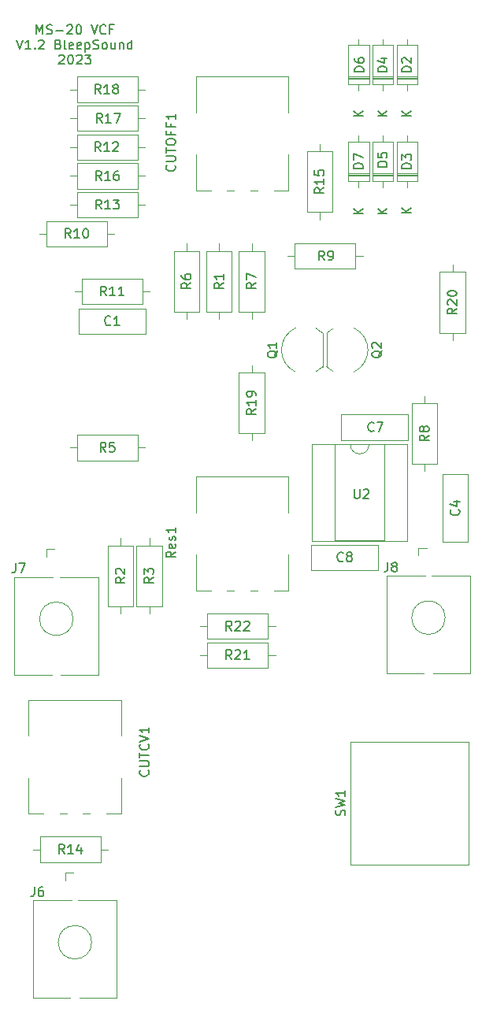
<source format=gto>
G04 #@! TF.GenerationSoftware,KiCad,Pcbnew,7.0.11-7.0.11~ubuntu22.04.1*
G04 #@! TF.CreationDate,2024-10-19T21:35:02+01:00*
G04 #@! TF.ProjectId,MS20-VCF,4d533230-2d56-4434-962e-6b696361645f,rev?*
G04 #@! TF.SameCoordinates,Original*
G04 #@! TF.FileFunction,Legend,Top*
G04 #@! TF.FilePolarity,Positive*
%FSLAX46Y46*%
G04 Gerber Fmt 4.6, Leading zero omitted, Abs format (unit mm)*
G04 Created by KiCad (PCBNEW 7.0.11-7.0.11~ubuntu22.04.1) date 2024-10-19 21:35:02*
%MOMM*%
%LPD*%
G01*
G04 APERTURE LIST*
%ADD10C,0.150000*%
%ADD11C,0.120000*%
%ADD12C,1.600000*%
%ADD13C,4.000000*%
%ADD14C,1.800000*%
%ADD15R,1.600000X1.600000*%
%ADD16O,1.600000X1.600000*%
%ADD17R,1.930000X1.830000*%
%ADD18C,2.130000*%
%ADD19R,1.500000X1.500000*%
%ADD20C,1.500000*%
%ADD21O,3.700000X2.400000*%
%ADD22R,1.800000X1.800000*%
%ADD23C,2.000000*%
%ADD24O,2.000000X2.000000*%
%ADD25C,1.700000*%
%ADD26C,1.440000*%
G04 APERTURE END LIST*
D10*
X37880952Y-38344819D02*
X37880952Y-37344819D01*
X37880952Y-37344819D02*
X38214285Y-38059104D01*
X38214285Y-38059104D02*
X38547618Y-37344819D01*
X38547618Y-37344819D02*
X38547618Y-38344819D01*
X38976190Y-38297200D02*
X39119047Y-38344819D01*
X39119047Y-38344819D02*
X39357142Y-38344819D01*
X39357142Y-38344819D02*
X39452380Y-38297200D01*
X39452380Y-38297200D02*
X39499999Y-38249580D01*
X39499999Y-38249580D02*
X39547618Y-38154342D01*
X39547618Y-38154342D02*
X39547618Y-38059104D01*
X39547618Y-38059104D02*
X39499999Y-37963866D01*
X39499999Y-37963866D02*
X39452380Y-37916247D01*
X39452380Y-37916247D02*
X39357142Y-37868628D01*
X39357142Y-37868628D02*
X39166666Y-37821009D01*
X39166666Y-37821009D02*
X39071428Y-37773390D01*
X39071428Y-37773390D02*
X39023809Y-37725771D01*
X39023809Y-37725771D02*
X38976190Y-37630533D01*
X38976190Y-37630533D02*
X38976190Y-37535295D01*
X38976190Y-37535295D02*
X39023809Y-37440057D01*
X39023809Y-37440057D02*
X39071428Y-37392438D01*
X39071428Y-37392438D02*
X39166666Y-37344819D01*
X39166666Y-37344819D02*
X39404761Y-37344819D01*
X39404761Y-37344819D02*
X39547618Y-37392438D01*
X39976190Y-37963866D02*
X40738095Y-37963866D01*
X41166666Y-37440057D02*
X41214285Y-37392438D01*
X41214285Y-37392438D02*
X41309523Y-37344819D01*
X41309523Y-37344819D02*
X41547618Y-37344819D01*
X41547618Y-37344819D02*
X41642856Y-37392438D01*
X41642856Y-37392438D02*
X41690475Y-37440057D01*
X41690475Y-37440057D02*
X41738094Y-37535295D01*
X41738094Y-37535295D02*
X41738094Y-37630533D01*
X41738094Y-37630533D02*
X41690475Y-37773390D01*
X41690475Y-37773390D02*
X41119047Y-38344819D01*
X41119047Y-38344819D02*
X41738094Y-38344819D01*
X42357142Y-37344819D02*
X42452380Y-37344819D01*
X42452380Y-37344819D02*
X42547618Y-37392438D01*
X42547618Y-37392438D02*
X42595237Y-37440057D01*
X42595237Y-37440057D02*
X42642856Y-37535295D01*
X42642856Y-37535295D02*
X42690475Y-37725771D01*
X42690475Y-37725771D02*
X42690475Y-37963866D01*
X42690475Y-37963866D02*
X42642856Y-38154342D01*
X42642856Y-38154342D02*
X42595237Y-38249580D01*
X42595237Y-38249580D02*
X42547618Y-38297200D01*
X42547618Y-38297200D02*
X42452380Y-38344819D01*
X42452380Y-38344819D02*
X42357142Y-38344819D01*
X42357142Y-38344819D02*
X42261904Y-38297200D01*
X42261904Y-38297200D02*
X42214285Y-38249580D01*
X42214285Y-38249580D02*
X42166666Y-38154342D01*
X42166666Y-38154342D02*
X42119047Y-37963866D01*
X42119047Y-37963866D02*
X42119047Y-37725771D01*
X42119047Y-37725771D02*
X42166666Y-37535295D01*
X42166666Y-37535295D02*
X42214285Y-37440057D01*
X42214285Y-37440057D02*
X42261904Y-37392438D01*
X42261904Y-37392438D02*
X42357142Y-37344819D01*
X43738095Y-37344819D02*
X44071428Y-38344819D01*
X44071428Y-38344819D02*
X44404761Y-37344819D01*
X45309523Y-38249580D02*
X45261904Y-38297200D01*
X45261904Y-38297200D02*
X45119047Y-38344819D01*
X45119047Y-38344819D02*
X45023809Y-38344819D01*
X45023809Y-38344819D02*
X44880952Y-38297200D01*
X44880952Y-38297200D02*
X44785714Y-38201961D01*
X44785714Y-38201961D02*
X44738095Y-38106723D01*
X44738095Y-38106723D02*
X44690476Y-37916247D01*
X44690476Y-37916247D02*
X44690476Y-37773390D01*
X44690476Y-37773390D02*
X44738095Y-37582914D01*
X44738095Y-37582914D02*
X44785714Y-37487676D01*
X44785714Y-37487676D02*
X44880952Y-37392438D01*
X44880952Y-37392438D02*
X45023809Y-37344819D01*
X45023809Y-37344819D02*
X45119047Y-37344819D01*
X45119047Y-37344819D02*
X45261904Y-37392438D01*
X45261904Y-37392438D02*
X45309523Y-37440057D01*
X46071428Y-37821009D02*
X45738095Y-37821009D01*
X45738095Y-38344819D02*
X45738095Y-37344819D01*
X45738095Y-37344819D02*
X46214285Y-37344819D01*
X35738095Y-38954819D02*
X36071428Y-39954819D01*
X36071428Y-39954819D02*
X36404761Y-38954819D01*
X37261904Y-39954819D02*
X36690476Y-39954819D01*
X36976190Y-39954819D02*
X36976190Y-38954819D01*
X36976190Y-38954819D02*
X36880952Y-39097676D01*
X36880952Y-39097676D02*
X36785714Y-39192914D01*
X36785714Y-39192914D02*
X36690476Y-39240533D01*
X37690476Y-39859580D02*
X37738095Y-39907200D01*
X37738095Y-39907200D02*
X37690476Y-39954819D01*
X37690476Y-39954819D02*
X37642857Y-39907200D01*
X37642857Y-39907200D02*
X37690476Y-39859580D01*
X37690476Y-39859580D02*
X37690476Y-39954819D01*
X38119047Y-39050057D02*
X38166666Y-39002438D01*
X38166666Y-39002438D02*
X38261904Y-38954819D01*
X38261904Y-38954819D02*
X38499999Y-38954819D01*
X38499999Y-38954819D02*
X38595237Y-39002438D01*
X38595237Y-39002438D02*
X38642856Y-39050057D01*
X38642856Y-39050057D02*
X38690475Y-39145295D01*
X38690475Y-39145295D02*
X38690475Y-39240533D01*
X38690475Y-39240533D02*
X38642856Y-39383390D01*
X38642856Y-39383390D02*
X38071428Y-39954819D01*
X38071428Y-39954819D02*
X38690475Y-39954819D01*
X40214285Y-39431009D02*
X40357142Y-39478628D01*
X40357142Y-39478628D02*
X40404761Y-39526247D01*
X40404761Y-39526247D02*
X40452380Y-39621485D01*
X40452380Y-39621485D02*
X40452380Y-39764342D01*
X40452380Y-39764342D02*
X40404761Y-39859580D01*
X40404761Y-39859580D02*
X40357142Y-39907200D01*
X40357142Y-39907200D02*
X40261904Y-39954819D01*
X40261904Y-39954819D02*
X39880952Y-39954819D01*
X39880952Y-39954819D02*
X39880952Y-38954819D01*
X39880952Y-38954819D02*
X40214285Y-38954819D01*
X40214285Y-38954819D02*
X40309523Y-39002438D01*
X40309523Y-39002438D02*
X40357142Y-39050057D01*
X40357142Y-39050057D02*
X40404761Y-39145295D01*
X40404761Y-39145295D02*
X40404761Y-39240533D01*
X40404761Y-39240533D02*
X40357142Y-39335771D01*
X40357142Y-39335771D02*
X40309523Y-39383390D01*
X40309523Y-39383390D02*
X40214285Y-39431009D01*
X40214285Y-39431009D02*
X39880952Y-39431009D01*
X41023809Y-39954819D02*
X40928571Y-39907200D01*
X40928571Y-39907200D02*
X40880952Y-39811961D01*
X40880952Y-39811961D02*
X40880952Y-38954819D01*
X41785714Y-39907200D02*
X41690476Y-39954819D01*
X41690476Y-39954819D02*
X41500000Y-39954819D01*
X41500000Y-39954819D02*
X41404762Y-39907200D01*
X41404762Y-39907200D02*
X41357143Y-39811961D01*
X41357143Y-39811961D02*
X41357143Y-39431009D01*
X41357143Y-39431009D02*
X41404762Y-39335771D01*
X41404762Y-39335771D02*
X41500000Y-39288152D01*
X41500000Y-39288152D02*
X41690476Y-39288152D01*
X41690476Y-39288152D02*
X41785714Y-39335771D01*
X41785714Y-39335771D02*
X41833333Y-39431009D01*
X41833333Y-39431009D02*
X41833333Y-39526247D01*
X41833333Y-39526247D02*
X41357143Y-39621485D01*
X42642857Y-39907200D02*
X42547619Y-39954819D01*
X42547619Y-39954819D02*
X42357143Y-39954819D01*
X42357143Y-39954819D02*
X42261905Y-39907200D01*
X42261905Y-39907200D02*
X42214286Y-39811961D01*
X42214286Y-39811961D02*
X42214286Y-39431009D01*
X42214286Y-39431009D02*
X42261905Y-39335771D01*
X42261905Y-39335771D02*
X42357143Y-39288152D01*
X42357143Y-39288152D02*
X42547619Y-39288152D01*
X42547619Y-39288152D02*
X42642857Y-39335771D01*
X42642857Y-39335771D02*
X42690476Y-39431009D01*
X42690476Y-39431009D02*
X42690476Y-39526247D01*
X42690476Y-39526247D02*
X42214286Y-39621485D01*
X43119048Y-39288152D02*
X43119048Y-40288152D01*
X43119048Y-39335771D02*
X43214286Y-39288152D01*
X43214286Y-39288152D02*
X43404762Y-39288152D01*
X43404762Y-39288152D02*
X43500000Y-39335771D01*
X43500000Y-39335771D02*
X43547619Y-39383390D01*
X43547619Y-39383390D02*
X43595238Y-39478628D01*
X43595238Y-39478628D02*
X43595238Y-39764342D01*
X43595238Y-39764342D02*
X43547619Y-39859580D01*
X43547619Y-39859580D02*
X43500000Y-39907200D01*
X43500000Y-39907200D02*
X43404762Y-39954819D01*
X43404762Y-39954819D02*
X43214286Y-39954819D01*
X43214286Y-39954819D02*
X43119048Y-39907200D01*
X43976191Y-39907200D02*
X44119048Y-39954819D01*
X44119048Y-39954819D02*
X44357143Y-39954819D01*
X44357143Y-39954819D02*
X44452381Y-39907200D01*
X44452381Y-39907200D02*
X44500000Y-39859580D01*
X44500000Y-39859580D02*
X44547619Y-39764342D01*
X44547619Y-39764342D02*
X44547619Y-39669104D01*
X44547619Y-39669104D02*
X44500000Y-39573866D01*
X44500000Y-39573866D02*
X44452381Y-39526247D01*
X44452381Y-39526247D02*
X44357143Y-39478628D01*
X44357143Y-39478628D02*
X44166667Y-39431009D01*
X44166667Y-39431009D02*
X44071429Y-39383390D01*
X44071429Y-39383390D02*
X44023810Y-39335771D01*
X44023810Y-39335771D02*
X43976191Y-39240533D01*
X43976191Y-39240533D02*
X43976191Y-39145295D01*
X43976191Y-39145295D02*
X44023810Y-39050057D01*
X44023810Y-39050057D02*
X44071429Y-39002438D01*
X44071429Y-39002438D02*
X44166667Y-38954819D01*
X44166667Y-38954819D02*
X44404762Y-38954819D01*
X44404762Y-38954819D02*
X44547619Y-39002438D01*
X45119048Y-39954819D02*
X45023810Y-39907200D01*
X45023810Y-39907200D02*
X44976191Y-39859580D01*
X44976191Y-39859580D02*
X44928572Y-39764342D01*
X44928572Y-39764342D02*
X44928572Y-39478628D01*
X44928572Y-39478628D02*
X44976191Y-39383390D01*
X44976191Y-39383390D02*
X45023810Y-39335771D01*
X45023810Y-39335771D02*
X45119048Y-39288152D01*
X45119048Y-39288152D02*
X45261905Y-39288152D01*
X45261905Y-39288152D02*
X45357143Y-39335771D01*
X45357143Y-39335771D02*
X45404762Y-39383390D01*
X45404762Y-39383390D02*
X45452381Y-39478628D01*
X45452381Y-39478628D02*
X45452381Y-39764342D01*
X45452381Y-39764342D02*
X45404762Y-39859580D01*
X45404762Y-39859580D02*
X45357143Y-39907200D01*
X45357143Y-39907200D02*
X45261905Y-39954819D01*
X45261905Y-39954819D02*
X45119048Y-39954819D01*
X46309524Y-39288152D02*
X46309524Y-39954819D01*
X45880953Y-39288152D02*
X45880953Y-39811961D01*
X45880953Y-39811961D02*
X45928572Y-39907200D01*
X45928572Y-39907200D02*
X46023810Y-39954819D01*
X46023810Y-39954819D02*
X46166667Y-39954819D01*
X46166667Y-39954819D02*
X46261905Y-39907200D01*
X46261905Y-39907200D02*
X46309524Y-39859580D01*
X46785715Y-39288152D02*
X46785715Y-39954819D01*
X46785715Y-39383390D02*
X46833334Y-39335771D01*
X46833334Y-39335771D02*
X46928572Y-39288152D01*
X46928572Y-39288152D02*
X47071429Y-39288152D01*
X47071429Y-39288152D02*
X47166667Y-39335771D01*
X47166667Y-39335771D02*
X47214286Y-39431009D01*
X47214286Y-39431009D02*
X47214286Y-39954819D01*
X48119048Y-39954819D02*
X48119048Y-38954819D01*
X48119048Y-39907200D02*
X48023810Y-39954819D01*
X48023810Y-39954819D02*
X47833334Y-39954819D01*
X47833334Y-39954819D02*
X47738096Y-39907200D01*
X47738096Y-39907200D02*
X47690477Y-39859580D01*
X47690477Y-39859580D02*
X47642858Y-39764342D01*
X47642858Y-39764342D02*
X47642858Y-39478628D01*
X47642858Y-39478628D02*
X47690477Y-39383390D01*
X47690477Y-39383390D02*
X47738096Y-39335771D01*
X47738096Y-39335771D02*
X47833334Y-39288152D01*
X47833334Y-39288152D02*
X48023810Y-39288152D01*
X48023810Y-39288152D02*
X48119048Y-39335771D01*
X40285714Y-40660057D02*
X40333333Y-40612438D01*
X40333333Y-40612438D02*
X40428571Y-40564819D01*
X40428571Y-40564819D02*
X40666666Y-40564819D01*
X40666666Y-40564819D02*
X40761904Y-40612438D01*
X40761904Y-40612438D02*
X40809523Y-40660057D01*
X40809523Y-40660057D02*
X40857142Y-40755295D01*
X40857142Y-40755295D02*
X40857142Y-40850533D01*
X40857142Y-40850533D02*
X40809523Y-40993390D01*
X40809523Y-40993390D02*
X40238095Y-41564819D01*
X40238095Y-41564819D02*
X40857142Y-41564819D01*
X41476190Y-40564819D02*
X41571428Y-40564819D01*
X41571428Y-40564819D02*
X41666666Y-40612438D01*
X41666666Y-40612438D02*
X41714285Y-40660057D01*
X41714285Y-40660057D02*
X41761904Y-40755295D01*
X41761904Y-40755295D02*
X41809523Y-40945771D01*
X41809523Y-40945771D02*
X41809523Y-41183866D01*
X41809523Y-41183866D02*
X41761904Y-41374342D01*
X41761904Y-41374342D02*
X41714285Y-41469580D01*
X41714285Y-41469580D02*
X41666666Y-41517200D01*
X41666666Y-41517200D02*
X41571428Y-41564819D01*
X41571428Y-41564819D02*
X41476190Y-41564819D01*
X41476190Y-41564819D02*
X41380952Y-41517200D01*
X41380952Y-41517200D02*
X41333333Y-41469580D01*
X41333333Y-41469580D02*
X41285714Y-41374342D01*
X41285714Y-41374342D02*
X41238095Y-41183866D01*
X41238095Y-41183866D02*
X41238095Y-40945771D01*
X41238095Y-40945771D02*
X41285714Y-40755295D01*
X41285714Y-40755295D02*
X41333333Y-40660057D01*
X41333333Y-40660057D02*
X41380952Y-40612438D01*
X41380952Y-40612438D02*
X41476190Y-40564819D01*
X42190476Y-40660057D02*
X42238095Y-40612438D01*
X42238095Y-40612438D02*
X42333333Y-40564819D01*
X42333333Y-40564819D02*
X42571428Y-40564819D01*
X42571428Y-40564819D02*
X42666666Y-40612438D01*
X42666666Y-40612438D02*
X42714285Y-40660057D01*
X42714285Y-40660057D02*
X42761904Y-40755295D01*
X42761904Y-40755295D02*
X42761904Y-40850533D01*
X42761904Y-40850533D02*
X42714285Y-40993390D01*
X42714285Y-40993390D02*
X42142857Y-41564819D01*
X42142857Y-41564819D02*
X42761904Y-41564819D01*
X43095238Y-40564819D02*
X43714285Y-40564819D01*
X43714285Y-40564819D02*
X43380952Y-40945771D01*
X43380952Y-40945771D02*
X43523809Y-40945771D01*
X43523809Y-40945771D02*
X43619047Y-40993390D01*
X43619047Y-40993390D02*
X43666666Y-41041009D01*
X43666666Y-41041009D02*
X43714285Y-41136247D01*
X43714285Y-41136247D02*
X43714285Y-41374342D01*
X43714285Y-41374342D02*
X43666666Y-41469580D01*
X43666666Y-41469580D02*
X43619047Y-41517200D01*
X43619047Y-41517200D02*
X43523809Y-41564819D01*
X43523809Y-41564819D02*
X43238095Y-41564819D01*
X43238095Y-41564819D02*
X43142857Y-41517200D01*
X43142857Y-41517200D02*
X43095238Y-41469580D01*
X83259580Y-89466666D02*
X83307200Y-89514285D01*
X83307200Y-89514285D02*
X83354819Y-89657142D01*
X83354819Y-89657142D02*
X83354819Y-89752380D01*
X83354819Y-89752380D02*
X83307200Y-89895237D01*
X83307200Y-89895237D02*
X83211961Y-89990475D01*
X83211961Y-89990475D02*
X83116723Y-90038094D01*
X83116723Y-90038094D02*
X82926247Y-90085713D01*
X82926247Y-90085713D02*
X82783390Y-90085713D01*
X82783390Y-90085713D02*
X82592914Y-90038094D01*
X82592914Y-90038094D02*
X82497676Y-89990475D01*
X82497676Y-89990475D02*
X82402438Y-89895237D01*
X82402438Y-89895237D02*
X82354819Y-89752380D01*
X82354819Y-89752380D02*
X82354819Y-89657142D01*
X82354819Y-89657142D02*
X82402438Y-89514285D01*
X82402438Y-89514285D02*
X82450057Y-89466666D01*
X82688152Y-88609523D02*
X83354819Y-88609523D01*
X82307200Y-88847618D02*
X83021485Y-89085713D01*
X83021485Y-89085713D02*
X83021485Y-88466666D01*
X49859580Y-117500000D02*
X49907200Y-117547619D01*
X49907200Y-117547619D02*
X49954819Y-117690476D01*
X49954819Y-117690476D02*
X49954819Y-117785714D01*
X49954819Y-117785714D02*
X49907200Y-117928571D01*
X49907200Y-117928571D02*
X49811961Y-118023809D01*
X49811961Y-118023809D02*
X49716723Y-118071428D01*
X49716723Y-118071428D02*
X49526247Y-118119047D01*
X49526247Y-118119047D02*
X49383390Y-118119047D01*
X49383390Y-118119047D02*
X49192914Y-118071428D01*
X49192914Y-118071428D02*
X49097676Y-118023809D01*
X49097676Y-118023809D02*
X49002438Y-117928571D01*
X49002438Y-117928571D02*
X48954819Y-117785714D01*
X48954819Y-117785714D02*
X48954819Y-117690476D01*
X48954819Y-117690476D02*
X49002438Y-117547619D01*
X49002438Y-117547619D02*
X49050057Y-117500000D01*
X48954819Y-117071428D02*
X49764342Y-117071428D01*
X49764342Y-117071428D02*
X49859580Y-117023809D01*
X49859580Y-117023809D02*
X49907200Y-116976190D01*
X49907200Y-116976190D02*
X49954819Y-116880952D01*
X49954819Y-116880952D02*
X49954819Y-116690476D01*
X49954819Y-116690476D02*
X49907200Y-116595238D01*
X49907200Y-116595238D02*
X49859580Y-116547619D01*
X49859580Y-116547619D02*
X49764342Y-116500000D01*
X49764342Y-116500000D02*
X48954819Y-116500000D01*
X48954819Y-116166666D02*
X48954819Y-115595238D01*
X49954819Y-115880952D02*
X48954819Y-115880952D01*
X49859580Y-114690476D02*
X49907200Y-114738095D01*
X49907200Y-114738095D02*
X49954819Y-114880952D01*
X49954819Y-114880952D02*
X49954819Y-114976190D01*
X49954819Y-114976190D02*
X49907200Y-115119047D01*
X49907200Y-115119047D02*
X49811961Y-115214285D01*
X49811961Y-115214285D02*
X49716723Y-115261904D01*
X49716723Y-115261904D02*
X49526247Y-115309523D01*
X49526247Y-115309523D02*
X49383390Y-115309523D01*
X49383390Y-115309523D02*
X49192914Y-115261904D01*
X49192914Y-115261904D02*
X49097676Y-115214285D01*
X49097676Y-115214285D02*
X49002438Y-115119047D01*
X49002438Y-115119047D02*
X48954819Y-114976190D01*
X48954819Y-114976190D02*
X48954819Y-114880952D01*
X48954819Y-114880952D02*
X49002438Y-114738095D01*
X49002438Y-114738095D02*
X49050057Y-114690476D01*
X48954819Y-114404761D02*
X49954819Y-114071428D01*
X49954819Y-114071428D02*
X48954819Y-113738095D01*
X49954819Y-112880952D02*
X49954819Y-113452380D01*
X49954819Y-113166666D02*
X48954819Y-113166666D01*
X48954819Y-113166666D02*
X49097676Y-113261904D01*
X49097676Y-113261904D02*
X49192914Y-113357142D01*
X49192914Y-113357142D02*
X49240533Y-113452380D01*
X52709580Y-52452381D02*
X52757200Y-52500000D01*
X52757200Y-52500000D02*
X52804819Y-52642857D01*
X52804819Y-52642857D02*
X52804819Y-52738095D01*
X52804819Y-52738095D02*
X52757200Y-52880952D01*
X52757200Y-52880952D02*
X52661961Y-52976190D01*
X52661961Y-52976190D02*
X52566723Y-53023809D01*
X52566723Y-53023809D02*
X52376247Y-53071428D01*
X52376247Y-53071428D02*
X52233390Y-53071428D01*
X52233390Y-53071428D02*
X52042914Y-53023809D01*
X52042914Y-53023809D02*
X51947676Y-52976190D01*
X51947676Y-52976190D02*
X51852438Y-52880952D01*
X51852438Y-52880952D02*
X51804819Y-52738095D01*
X51804819Y-52738095D02*
X51804819Y-52642857D01*
X51804819Y-52642857D02*
X51852438Y-52500000D01*
X51852438Y-52500000D02*
X51900057Y-52452381D01*
X51804819Y-52023809D02*
X52614342Y-52023809D01*
X52614342Y-52023809D02*
X52709580Y-51976190D01*
X52709580Y-51976190D02*
X52757200Y-51928571D01*
X52757200Y-51928571D02*
X52804819Y-51833333D01*
X52804819Y-51833333D02*
X52804819Y-51642857D01*
X52804819Y-51642857D02*
X52757200Y-51547619D01*
X52757200Y-51547619D02*
X52709580Y-51500000D01*
X52709580Y-51500000D02*
X52614342Y-51452381D01*
X52614342Y-51452381D02*
X51804819Y-51452381D01*
X51804819Y-51119047D02*
X51804819Y-50547619D01*
X52804819Y-50833333D02*
X51804819Y-50833333D01*
X51804819Y-50023809D02*
X51804819Y-49833333D01*
X51804819Y-49833333D02*
X51852438Y-49738095D01*
X51852438Y-49738095D02*
X51947676Y-49642857D01*
X51947676Y-49642857D02*
X52138152Y-49595238D01*
X52138152Y-49595238D02*
X52471485Y-49595238D01*
X52471485Y-49595238D02*
X52661961Y-49642857D01*
X52661961Y-49642857D02*
X52757200Y-49738095D01*
X52757200Y-49738095D02*
X52804819Y-49833333D01*
X52804819Y-49833333D02*
X52804819Y-50023809D01*
X52804819Y-50023809D02*
X52757200Y-50119047D01*
X52757200Y-50119047D02*
X52661961Y-50214285D01*
X52661961Y-50214285D02*
X52471485Y-50261904D01*
X52471485Y-50261904D02*
X52138152Y-50261904D01*
X52138152Y-50261904D02*
X51947676Y-50214285D01*
X51947676Y-50214285D02*
X51852438Y-50119047D01*
X51852438Y-50119047D02*
X51804819Y-50023809D01*
X52281009Y-48833333D02*
X52281009Y-49166666D01*
X52804819Y-49166666D02*
X51804819Y-49166666D01*
X51804819Y-49166666D02*
X51804819Y-48690476D01*
X52281009Y-47976190D02*
X52281009Y-48309523D01*
X52804819Y-48309523D02*
X51804819Y-48309523D01*
X51804819Y-48309523D02*
X51804819Y-47833333D01*
X52804819Y-46928571D02*
X52804819Y-47499999D01*
X52804819Y-47214285D02*
X51804819Y-47214285D01*
X51804819Y-47214285D02*
X51947676Y-47309523D01*
X51947676Y-47309523D02*
X52042914Y-47404761D01*
X52042914Y-47404761D02*
X52090533Y-47499999D01*
X78154819Y-42388094D02*
X77154819Y-42388094D01*
X77154819Y-42388094D02*
X77154819Y-42149999D01*
X77154819Y-42149999D02*
X77202438Y-42007142D01*
X77202438Y-42007142D02*
X77297676Y-41911904D01*
X77297676Y-41911904D02*
X77392914Y-41864285D01*
X77392914Y-41864285D02*
X77583390Y-41816666D01*
X77583390Y-41816666D02*
X77726247Y-41816666D01*
X77726247Y-41816666D02*
X77916723Y-41864285D01*
X77916723Y-41864285D02*
X78011961Y-41911904D01*
X78011961Y-41911904D02*
X78107200Y-42007142D01*
X78107200Y-42007142D02*
X78154819Y-42149999D01*
X78154819Y-42149999D02*
X78154819Y-42388094D01*
X77250057Y-41435713D02*
X77202438Y-41388094D01*
X77202438Y-41388094D02*
X77154819Y-41292856D01*
X77154819Y-41292856D02*
X77154819Y-41054761D01*
X77154819Y-41054761D02*
X77202438Y-40959523D01*
X77202438Y-40959523D02*
X77250057Y-40911904D01*
X77250057Y-40911904D02*
X77345295Y-40864285D01*
X77345295Y-40864285D02*
X77440533Y-40864285D01*
X77440533Y-40864285D02*
X77583390Y-40911904D01*
X77583390Y-40911904D02*
X78154819Y-41483332D01*
X78154819Y-41483332D02*
X78154819Y-40864285D01*
X78154819Y-47161904D02*
X77154819Y-47161904D01*
X78154819Y-46590476D02*
X77583390Y-47019047D01*
X77154819Y-46590476D02*
X77726247Y-47161904D01*
X78154819Y-52788094D02*
X77154819Y-52788094D01*
X77154819Y-52788094D02*
X77154819Y-52549999D01*
X77154819Y-52549999D02*
X77202438Y-52407142D01*
X77202438Y-52407142D02*
X77297676Y-52311904D01*
X77297676Y-52311904D02*
X77392914Y-52264285D01*
X77392914Y-52264285D02*
X77583390Y-52216666D01*
X77583390Y-52216666D02*
X77726247Y-52216666D01*
X77726247Y-52216666D02*
X77916723Y-52264285D01*
X77916723Y-52264285D02*
X78011961Y-52311904D01*
X78011961Y-52311904D02*
X78107200Y-52407142D01*
X78107200Y-52407142D02*
X78154819Y-52549999D01*
X78154819Y-52549999D02*
X78154819Y-52788094D01*
X77154819Y-51883332D02*
X77154819Y-51264285D01*
X77154819Y-51264285D02*
X77535771Y-51597618D01*
X77535771Y-51597618D02*
X77535771Y-51454761D01*
X77535771Y-51454761D02*
X77583390Y-51359523D01*
X77583390Y-51359523D02*
X77631009Y-51311904D01*
X77631009Y-51311904D02*
X77726247Y-51264285D01*
X77726247Y-51264285D02*
X77964342Y-51264285D01*
X77964342Y-51264285D02*
X78059580Y-51311904D01*
X78059580Y-51311904D02*
X78107200Y-51359523D01*
X78107200Y-51359523D02*
X78154819Y-51454761D01*
X78154819Y-51454761D02*
X78154819Y-51740475D01*
X78154819Y-51740475D02*
X78107200Y-51835713D01*
X78107200Y-51835713D02*
X78059580Y-51883332D01*
X78154819Y-57561904D02*
X77154819Y-57561904D01*
X78154819Y-56990476D02*
X77583390Y-57419047D01*
X77154819Y-56990476D02*
X77726247Y-57561904D01*
X75554819Y-42388094D02*
X74554819Y-42388094D01*
X74554819Y-42388094D02*
X74554819Y-42149999D01*
X74554819Y-42149999D02*
X74602438Y-42007142D01*
X74602438Y-42007142D02*
X74697676Y-41911904D01*
X74697676Y-41911904D02*
X74792914Y-41864285D01*
X74792914Y-41864285D02*
X74983390Y-41816666D01*
X74983390Y-41816666D02*
X75126247Y-41816666D01*
X75126247Y-41816666D02*
X75316723Y-41864285D01*
X75316723Y-41864285D02*
X75411961Y-41911904D01*
X75411961Y-41911904D02*
X75507200Y-42007142D01*
X75507200Y-42007142D02*
X75554819Y-42149999D01*
X75554819Y-42149999D02*
X75554819Y-42388094D01*
X74888152Y-40959523D02*
X75554819Y-40959523D01*
X74507200Y-41197618D02*
X75221485Y-41435713D01*
X75221485Y-41435713D02*
X75221485Y-40816666D01*
X75554819Y-47161904D02*
X74554819Y-47161904D01*
X75554819Y-46590476D02*
X74983390Y-47019047D01*
X74554819Y-46590476D02*
X75126247Y-47161904D01*
X75554819Y-52598094D02*
X74554819Y-52598094D01*
X74554819Y-52598094D02*
X74554819Y-52359999D01*
X74554819Y-52359999D02*
X74602438Y-52217142D01*
X74602438Y-52217142D02*
X74697676Y-52121904D01*
X74697676Y-52121904D02*
X74792914Y-52074285D01*
X74792914Y-52074285D02*
X74983390Y-52026666D01*
X74983390Y-52026666D02*
X75126247Y-52026666D01*
X75126247Y-52026666D02*
X75316723Y-52074285D01*
X75316723Y-52074285D02*
X75411961Y-52121904D01*
X75411961Y-52121904D02*
X75507200Y-52217142D01*
X75507200Y-52217142D02*
X75554819Y-52359999D01*
X75554819Y-52359999D02*
X75554819Y-52598094D01*
X74554819Y-51121904D02*
X74554819Y-51598094D01*
X74554819Y-51598094D02*
X75031009Y-51645713D01*
X75031009Y-51645713D02*
X74983390Y-51598094D01*
X74983390Y-51598094D02*
X74935771Y-51502856D01*
X74935771Y-51502856D02*
X74935771Y-51264761D01*
X74935771Y-51264761D02*
X74983390Y-51169523D01*
X74983390Y-51169523D02*
X75031009Y-51121904D01*
X75031009Y-51121904D02*
X75126247Y-51074285D01*
X75126247Y-51074285D02*
X75364342Y-51074285D01*
X75364342Y-51074285D02*
X75459580Y-51121904D01*
X75459580Y-51121904D02*
X75507200Y-51169523D01*
X75507200Y-51169523D02*
X75554819Y-51264761D01*
X75554819Y-51264761D02*
X75554819Y-51502856D01*
X75554819Y-51502856D02*
X75507200Y-51598094D01*
X75507200Y-51598094D02*
X75459580Y-51645713D01*
X75554819Y-57661904D02*
X74554819Y-57661904D01*
X75554819Y-57090476D02*
X74983390Y-57519047D01*
X74554819Y-57090476D02*
X75126247Y-57661904D01*
X73054819Y-42388094D02*
X72054819Y-42388094D01*
X72054819Y-42388094D02*
X72054819Y-42149999D01*
X72054819Y-42149999D02*
X72102438Y-42007142D01*
X72102438Y-42007142D02*
X72197676Y-41911904D01*
X72197676Y-41911904D02*
X72292914Y-41864285D01*
X72292914Y-41864285D02*
X72483390Y-41816666D01*
X72483390Y-41816666D02*
X72626247Y-41816666D01*
X72626247Y-41816666D02*
X72816723Y-41864285D01*
X72816723Y-41864285D02*
X72911961Y-41911904D01*
X72911961Y-41911904D02*
X73007200Y-42007142D01*
X73007200Y-42007142D02*
X73054819Y-42149999D01*
X73054819Y-42149999D02*
X73054819Y-42388094D01*
X72054819Y-40959523D02*
X72054819Y-41149999D01*
X72054819Y-41149999D02*
X72102438Y-41245237D01*
X72102438Y-41245237D02*
X72150057Y-41292856D01*
X72150057Y-41292856D02*
X72292914Y-41388094D01*
X72292914Y-41388094D02*
X72483390Y-41435713D01*
X72483390Y-41435713D02*
X72864342Y-41435713D01*
X72864342Y-41435713D02*
X72959580Y-41388094D01*
X72959580Y-41388094D02*
X73007200Y-41340475D01*
X73007200Y-41340475D02*
X73054819Y-41245237D01*
X73054819Y-41245237D02*
X73054819Y-41054761D01*
X73054819Y-41054761D02*
X73007200Y-40959523D01*
X73007200Y-40959523D02*
X72959580Y-40911904D01*
X72959580Y-40911904D02*
X72864342Y-40864285D01*
X72864342Y-40864285D02*
X72626247Y-40864285D01*
X72626247Y-40864285D02*
X72531009Y-40911904D01*
X72531009Y-40911904D02*
X72483390Y-40959523D01*
X72483390Y-40959523D02*
X72435771Y-41054761D01*
X72435771Y-41054761D02*
X72435771Y-41245237D01*
X72435771Y-41245237D02*
X72483390Y-41340475D01*
X72483390Y-41340475D02*
X72531009Y-41388094D01*
X72531009Y-41388094D02*
X72626247Y-41435713D01*
X72954819Y-47161904D02*
X71954819Y-47161904D01*
X72954819Y-46590476D02*
X72383390Y-47019047D01*
X71954819Y-46590476D02*
X72526247Y-47161904D01*
X72954819Y-52788094D02*
X71954819Y-52788094D01*
X71954819Y-52788094D02*
X71954819Y-52549999D01*
X71954819Y-52549999D02*
X72002438Y-52407142D01*
X72002438Y-52407142D02*
X72097676Y-52311904D01*
X72097676Y-52311904D02*
X72192914Y-52264285D01*
X72192914Y-52264285D02*
X72383390Y-52216666D01*
X72383390Y-52216666D02*
X72526247Y-52216666D01*
X72526247Y-52216666D02*
X72716723Y-52264285D01*
X72716723Y-52264285D02*
X72811961Y-52311904D01*
X72811961Y-52311904D02*
X72907200Y-52407142D01*
X72907200Y-52407142D02*
X72954819Y-52549999D01*
X72954819Y-52549999D02*
X72954819Y-52788094D01*
X71954819Y-51883332D02*
X71954819Y-51216666D01*
X71954819Y-51216666D02*
X72954819Y-51645237D01*
X72954819Y-57661904D02*
X71954819Y-57661904D01*
X72954819Y-57090476D02*
X72383390Y-57519047D01*
X71954819Y-57090476D02*
X72526247Y-57661904D01*
X37636666Y-130034819D02*
X37636666Y-130749104D01*
X37636666Y-130749104D02*
X37589047Y-130891961D01*
X37589047Y-130891961D02*
X37493809Y-130987200D01*
X37493809Y-130987200D02*
X37350952Y-131034819D01*
X37350952Y-131034819D02*
X37255714Y-131034819D01*
X38541428Y-130034819D02*
X38350952Y-130034819D01*
X38350952Y-130034819D02*
X38255714Y-130082438D01*
X38255714Y-130082438D02*
X38208095Y-130130057D01*
X38208095Y-130130057D02*
X38112857Y-130272914D01*
X38112857Y-130272914D02*
X38065238Y-130463390D01*
X38065238Y-130463390D02*
X38065238Y-130844342D01*
X38065238Y-130844342D02*
X38112857Y-130939580D01*
X38112857Y-130939580D02*
X38160476Y-130987200D01*
X38160476Y-130987200D02*
X38255714Y-131034819D01*
X38255714Y-131034819D02*
X38446190Y-131034819D01*
X38446190Y-131034819D02*
X38541428Y-130987200D01*
X38541428Y-130987200D02*
X38589047Y-130939580D01*
X38589047Y-130939580D02*
X38636666Y-130844342D01*
X38636666Y-130844342D02*
X38636666Y-130606247D01*
X38636666Y-130606247D02*
X38589047Y-130511009D01*
X38589047Y-130511009D02*
X38541428Y-130463390D01*
X38541428Y-130463390D02*
X38446190Y-130415771D01*
X38446190Y-130415771D02*
X38255714Y-130415771D01*
X38255714Y-130415771D02*
X38160476Y-130463390D01*
X38160476Y-130463390D02*
X38112857Y-130511009D01*
X38112857Y-130511009D02*
X38065238Y-130606247D01*
X35636666Y-95254819D02*
X35636666Y-95969104D01*
X35636666Y-95969104D02*
X35589047Y-96111961D01*
X35589047Y-96111961D02*
X35493809Y-96207200D01*
X35493809Y-96207200D02*
X35350952Y-96254819D01*
X35350952Y-96254819D02*
X35255714Y-96254819D01*
X36017619Y-95254819D02*
X36684285Y-95254819D01*
X36684285Y-95254819D02*
X36255714Y-96254819D01*
X75636666Y-95134819D02*
X75636666Y-95849104D01*
X75636666Y-95849104D02*
X75589047Y-95991961D01*
X75589047Y-95991961D02*
X75493809Y-96087200D01*
X75493809Y-96087200D02*
X75350952Y-96134819D01*
X75350952Y-96134819D02*
X75255714Y-96134819D01*
X76255714Y-95563390D02*
X76160476Y-95515771D01*
X76160476Y-95515771D02*
X76112857Y-95468152D01*
X76112857Y-95468152D02*
X76065238Y-95372914D01*
X76065238Y-95372914D02*
X76065238Y-95325295D01*
X76065238Y-95325295D02*
X76112857Y-95230057D01*
X76112857Y-95230057D02*
X76160476Y-95182438D01*
X76160476Y-95182438D02*
X76255714Y-95134819D01*
X76255714Y-95134819D02*
X76446190Y-95134819D01*
X76446190Y-95134819D02*
X76541428Y-95182438D01*
X76541428Y-95182438D02*
X76589047Y-95230057D01*
X76589047Y-95230057D02*
X76636666Y-95325295D01*
X76636666Y-95325295D02*
X76636666Y-95372914D01*
X76636666Y-95372914D02*
X76589047Y-95468152D01*
X76589047Y-95468152D02*
X76541428Y-95515771D01*
X76541428Y-95515771D02*
X76446190Y-95563390D01*
X76446190Y-95563390D02*
X76255714Y-95563390D01*
X76255714Y-95563390D02*
X76160476Y-95611009D01*
X76160476Y-95611009D02*
X76112857Y-95658628D01*
X76112857Y-95658628D02*
X76065238Y-95753866D01*
X76065238Y-95753866D02*
X76065238Y-95944342D01*
X76065238Y-95944342D02*
X76112857Y-96039580D01*
X76112857Y-96039580D02*
X76160476Y-96087200D01*
X76160476Y-96087200D02*
X76255714Y-96134819D01*
X76255714Y-96134819D02*
X76446190Y-96134819D01*
X76446190Y-96134819D02*
X76541428Y-96087200D01*
X76541428Y-96087200D02*
X76589047Y-96039580D01*
X76589047Y-96039580D02*
X76636666Y-95944342D01*
X76636666Y-95944342D02*
X76636666Y-95753866D01*
X76636666Y-95753866D02*
X76589047Y-95658628D01*
X76589047Y-95658628D02*
X76541428Y-95611009D01*
X76541428Y-95611009D02*
X76446190Y-95563390D01*
X63790057Y-72395238D02*
X63742438Y-72490476D01*
X63742438Y-72490476D02*
X63647200Y-72585714D01*
X63647200Y-72585714D02*
X63504342Y-72728571D01*
X63504342Y-72728571D02*
X63456723Y-72823809D01*
X63456723Y-72823809D02*
X63456723Y-72919047D01*
X63694819Y-72871428D02*
X63647200Y-72966666D01*
X63647200Y-72966666D02*
X63551961Y-73061904D01*
X63551961Y-73061904D02*
X63361485Y-73109523D01*
X63361485Y-73109523D02*
X63028152Y-73109523D01*
X63028152Y-73109523D02*
X62837676Y-73061904D01*
X62837676Y-73061904D02*
X62742438Y-72966666D01*
X62742438Y-72966666D02*
X62694819Y-72871428D01*
X62694819Y-72871428D02*
X62694819Y-72680952D01*
X62694819Y-72680952D02*
X62742438Y-72585714D01*
X62742438Y-72585714D02*
X62837676Y-72490476D01*
X62837676Y-72490476D02*
X63028152Y-72442857D01*
X63028152Y-72442857D02*
X63361485Y-72442857D01*
X63361485Y-72442857D02*
X63551961Y-72490476D01*
X63551961Y-72490476D02*
X63647200Y-72585714D01*
X63647200Y-72585714D02*
X63694819Y-72680952D01*
X63694819Y-72680952D02*
X63694819Y-72871428D01*
X63694819Y-71490476D02*
X63694819Y-72061904D01*
X63694819Y-71776190D02*
X62694819Y-71776190D01*
X62694819Y-71776190D02*
X62837676Y-71871428D01*
X62837676Y-71871428D02*
X62932914Y-71966666D01*
X62932914Y-71966666D02*
X62980533Y-72061904D01*
X75010057Y-72395238D02*
X74962438Y-72490476D01*
X74962438Y-72490476D02*
X74867200Y-72585714D01*
X74867200Y-72585714D02*
X74724342Y-72728571D01*
X74724342Y-72728571D02*
X74676723Y-72823809D01*
X74676723Y-72823809D02*
X74676723Y-72919047D01*
X74914819Y-72871428D02*
X74867200Y-72966666D01*
X74867200Y-72966666D02*
X74771961Y-73061904D01*
X74771961Y-73061904D02*
X74581485Y-73109523D01*
X74581485Y-73109523D02*
X74248152Y-73109523D01*
X74248152Y-73109523D02*
X74057676Y-73061904D01*
X74057676Y-73061904D02*
X73962438Y-72966666D01*
X73962438Y-72966666D02*
X73914819Y-72871428D01*
X73914819Y-72871428D02*
X73914819Y-72680952D01*
X73914819Y-72680952D02*
X73962438Y-72585714D01*
X73962438Y-72585714D02*
X74057676Y-72490476D01*
X74057676Y-72490476D02*
X74248152Y-72442857D01*
X74248152Y-72442857D02*
X74581485Y-72442857D01*
X74581485Y-72442857D02*
X74771961Y-72490476D01*
X74771961Y-72490476D02*
X74867200Y-72585714D01*
X74867200Y-72585714D02*
X74914819Y-72680952D01*
X74914819Y-72680952D02*
X74914819Y-72871428D01*
X74010057Y-72061904D02*
X73962438Y-72014285D01*
X73962438Y-72014285D02*
X73914819Y-71919047D01*
X73914819Y-71919047D02*
X73914819Y-71680952D01*
X73914819Y-71680952D02*
X73962438Y-71585714D01*
X73962438Y-71585714D02*
X74010057Y-71538095D01*
X74010057Y-71538095D02*
X74105295Y-71490476D01*
X74105295Y-71490476D02*
X74200533Y-71490476D01*
X74200533Y-71490476D02*
X74343390Y-71538095D01*
X74343390Y-71538095D02*
X74914819Y-72109523D01*
X74914819Y-72109523D02*
X74914819Y-71490476D01*
X57954819Y-65086666D02*
X57478628Y-65419999D01*
X57954819Y-65658094D02*
X56954819Y-65658094D01*
X56954819Y-65658094D02*
X56954819Y-65277142D01*
X56954819Y-65277142D02*
X57002438Y-65181904D01*
X57002438Y-65181904D02*
X57050057Y-65134285D01*
X57050057Y-65134285D02*
X57145295Y-65086666D01*
X57145295Y-65086666D02*
X57288152Y-65086666D01*
X57288152Y-65086666D02*
X57383390Y-65134285D01*
X57383390Y-65134285D02*
X57431009Y-65181904D01*
X57431009Y-65181904D02*
X57478628Y-65277142D01*
X57478628Y-65277142D02*
X57478628Y-65658094D01*
X57954819Y-64134285D02*
X57954819Y-64705713D01*
X57954819Y-64419999D02*
X56954819Y-64419999D01*
X56954819Y-64419999D02*
X57097676Y-64515237D01*
X57097676Y-64515237D02*
X57192914Y-64610475D01*
X57192914Y-64610475D02*
X57240533Y-64705713D01*
X50454819Y-96746666D02*
X49978628Y-97079999D01*
X50454819Y-97318094D02*
X49454819Y-97318094D01*
X49454819Y-97318094D02*
X49454819Y-96937142D01*
X49454819Y-96937142D02*
X49502438Y-96841904D01*
X49502438Y-96841904D02*
X49550057Y-96794285D01*
X49550057Y-96794285D02*
X49645295Y-96746666D01*
X49645295Y-96746666D02*
X49788152Y-96746666D01*
X49788152Y-96746666D02*
X49883390Y-96794285D01*
X49883390Y-96794285D02*
X49931009Y-96841904D01*
X49931009Y-96841904D02*
X49978628Y-96937142D01*
X49978628Y-96937142D02*
X49978628Y-97318094D01*
X49454819Y-96413332D02*
X49454819Y-95794285D01*
X49454819Y-95794285D02*
X49835771Y-96127618D01*
X49835771Y-96127618D02*
X49835771Y-95984761D01*
X49835771Y-95984761D02*
X49883390Y-95889523D01*
X49883390Y-95889523D02*
X49931009Y-95841904D01*
X49931009Y-95841904D02*
X50026247Y-95794285D01*
X50026247Y-95794285D02*
X50264342Y-95794285D01*
X50264342Y-95794285D02*
X50359580Y-95841904D01*
X50359580Y-95841904D02*
X50407200Y-95889523D01*
X50407200Y-95889523D02*
X50454819Y-95984761D01*
X50454819Y-95984761D02*
X50454819Y-96270475D01*
X50454819Y-96270475D02*
X50407200Y-96365713D01*
X50407200Y-96365713D02*
X50359580Y-96413332D01*
X45313333Y-83254819D02*
X44980000Y-82778628D01*
X44741905Y-83254819D02*
X44741905Y-82254819D01*
X44741905Y-82254819D02*
X45122857Y-82254819D01*
X45122857Y-82254819D02*
X45218095Y-82302438D01*
X45218095Y-82302438D02*
X45265714Y-82350057D01*
X45265714Y-82350057D02*
X45313333Y-82445295D01*
X45313333Y-82445295D02*
X45313333Y-82588152D01*
X45313333Y-82588152D02*
X45265714Y-82683390D01*
X45265714Y-82683390D02*
X45218095Y-82731009D01*
X45218095Y-82731009D02*
X45122857Y-82778628D01*
X45122857Y-82778628D02*
X44741905Y-82778628D01*
X46218095Y-82254819D02*
X45741905Y-82254819D01*
X45741905Y-82254819D02*
X45694286Y-82731009D01*
X45694286Y-82731009D02*
X45741905Y-82683390D01*
X45741905Y-82683390D02*
X45837143Y-82635771D01*
X45837143Y-82635771D02*
X46075238Y-82635771D01*
X46075238Y-82635771D02*
X46170476Y-82683390D01*
X46170476Y-82683390D02*
X46218095Y-82731009D01*
X46218095Y-82731009D02*
X46265714Y-82826247D01*
X46265714Y-82826247D02*
X46265714Y-83064342D01*
X46265714Y-83064342D02*
X46218095Y-83159580D01*
X46218095Y-83159580D02*
X46170476Y-83207200D01*
X46170476Y-83207200D02*
X46075238Y-83254819D01*
X46075238Y-83254819D02*
X45837143Y-83254819D01*
X45837143Y-83254819D02*
X45741905Y-83207200D01*
X45741905Y-83207200D02*
X45694286Y-83159580D01*
X54454819Y-65086666D02*
X53978628Y-65419999D01*
X54454819Y-65658094D02*
X53454819Y-65658094D01*
X53454819Y-65658094D02*
X53454819Y-65277142D01*
X53454819Y-65277142D02*
X53502438Y-65181904D01*
X53502438Y-65181904D02*
X53550057Y-65134285D01*
X53550057Y-65134285D02*
X53645295Y-65086666D01*
X53645295Y-65086666D02*
X53788152Y-65086666D01*
X53788152Y-65086666D02*
X53883390Y-65134285D01*
X53883390Y-65134285D02*
X53931009Y-65181904D01*
X53931009Y-65181904D02*
X53978628Y-65277142D01*
X53978628Y-65277142D02*
X53978628Y-65658094D01*
X53454819Y-64229523D02*
X53454819Y-64419999D01*
X53454819Y-64419999D02*
X53502438Y-64515237D01*
X53502438Y-64515237D02*
X53550057Y-64562856D01*
X53550057Y-64562856D02*
X53692914Y-64658094D01*
X53692914Y-64658094D02*
X53883390Y-64705713D01*
X53883390Y-64705713D02*
X54264342Y-64705713D01*
X54264342Y-64705713D02*
X54359580Y-64658094D01*
X54359580Y-64658094D02*
X54407200Y-64610475D01*
X54407200Y-64610475D02*
X54454819Y-64515237D01*
X54454819Y-64515237D02*
X54454819Y-64324761D01*
X54454819Y-64324761D02*
X54407200Y-64229523D01*
X54407200Y-64229523D02*
X54359580Y-64181904D01*
X54359580Y-64181904D02*
X54264342Y-64134285D01*
X54264342Y-64134285D02*
X54026247Y-64134285D01*
X54026247Y-64134285D02*
X53931009Y-64181904D01*
X53931009Y-64181904D02*
X53883390Y-64229523D01*
X53883390Y-64229523D02*
X53835771Y-64324761D01*
X53835771Y-64324761D02*
X53835771Y-64515237D01*
X53835771Y-64515237D02*
X53883390Y-64610475D01*
X53883390Y-64610475D02*
X53931009Y-64658094D01*
X53931009Y-64658094D02*
X54026247Y-64705713D01*
X61454819Y-65086666D02*
X60978628Y-65419999D01*
X61454819Y-65658094D02*
X60454819Y-65658094D01*
X60454819Y-65658094D02*
X60454819Y-65277142D01*
X60454819Y-65277142D02*
X60502438Y-65181904D01*
X60502438Y-65181904D02*
X60550057Y-65134285D01*
X60550057Y-65134285D02*
X60645295Y-65086666D01*
X60645295Y-65086666D02*
X60788152Y-65086666D01*
X60788152Y-65086666D02*
X60883390Y-65134285D01*
X60883390Y-65134285D02*
X60931009Y-65181904D01*
X60931009Y-65181904D02*
X60978628Y-65277142D01*
X60978628Y-65277142D02*
X60978628Y-65658094D01*
X60454819Y-64753332D02*
X60454819Y-64086666D01*
X60454819Y-64086666D02*
X61454819Y-64515237D01*
X68813333Y-62654819D02*
X68480000Y-62178628D01*
X68241905Y-62654819D02*
X68241905Y-61654819D01*
X68241905Y-61654819D02*
X68622857Y-61654819D01*
X68622857Y-61654819D02*
X68718095Y-61702438D01*
X68718095Y-61702438D02*
X68765714Y-61750057D01*
X68765714Y-61750057D02*
X68813333Y-61845295D01*
X68813333Y-61845295D02*
X68813333Y-61988152D01*
X68813333Y-61988152D02*
X68765714Y-62083390D01*
X68765714Y-62083390D02*
X68718095Y-62131009D01*
X68718095Y-62131009D02*
X68622857Y-62178628D01*
X68622857Y-62178628D02*
X68241905Y-62178628D01*
X69289524Y-62654819D02*
X69480000Y-62654819D01*
X69480000Y-62654819D02*
X69575238Y-62607200D01*
X69575238Y-62607200D02*
X69622857Y-62559580D01*
X69622857Y-62559580D02*
X69718095Y-62416723D01*
X69718095Y-62416723D02*
X69765714Y-62226247D01*
X69765714Y-62226247D02*
X69765714Y-61845295D01*
X69765714Y-61845295D02*
X69718095Y-61750057D01*
X69718095Y-61750057D02*
X69670476Y-61702438D01*
X69670476Y-61702438D02*
X69575238Y-61654819D01*
X69575238Y-61654819D02*
X69384762Y-61654819D01*
X69384762Y-61654819D02*
X69289524Y-61702438D01*
X69289524Y-61702438D02*
X69241905Y-61750057D01*
X69241905Y-61750057D02*
X69194286Y-61845295D01*
X69194286Y-61845295D02*
X69194286Y-62083390D01*
X69194286Y-62083390D02*
X69241905Y-62178628D01*
X69241905Y-62178628D02*
X69289524Y-62226247D01*
X69289524Y-62226247D02*
X69384762Y-62273866D01*
X69384762Y-62273866D02*
X69575238Y-62273866D01*
X69575238Y-62273866D02*
X69670476Y-62226247D01*
X69670476Y-62226247D02*
X69718095Y-62178628D01*
X69718095Y-62178628D02*
X69765714Y-62083390D01*
X45357142Y-66454819D02*
X45023809Y-65978628D01*
X44785714Y-66454819D02*
X44785714Y-65454819D01*
X44785714Y-65454819D02*
X45166666Y-65454819D01*
X45166666Y-65454819D02*
X45261904Y-65502438D01*
X45261904Y-65502438D02*
X45309523Y-65550057D01*
X45309523Y-65550057D02*
X45357142Y-65645295D01*
X45357142Y-65645295D02*
X45357142Y-65788152D01*
X45357142Y-65788152D02*
X45309523Y-65883390D01*
X45309523Y-65883390D02*
X45261904Y-65931009D01*
X45261904Y-65931009D02*
X45166666Y-65978628D01*
X45166666Y-65978628D02*
X44785714Y-65978628D01*
X46309523Y-66454819D02*
X45738095Y-66454819D01*
X46023809Y-66454819D02*
X46023809Y-65454819D01*
X46023809Y-65454819D02*
X45928571Y-65597676D01*
X45928571Y-65597676D02*
X45833333Y-65692914D01*
X45833333Y-65692914D02*
X45738095Y-65740533D01*
X47261904Y-66454819D02*
X46690476Y-66454819D01*
X46976190Y-66454819D02*
X46976190Y-65454819D01*
X46976190Y-65454819D02*
X46880952Y-65597676D01*
X46880952Y-65597676D02*
X46785714Y-65692914D01*
X46785714Y-65692914D02*
X46690476Y-65740533D01*
X44757142Y-50954819D02*
X44423809Y-50478628D01*
X44185714Y-50954819D02*
X44185714Y-49954819D01*
X44185714Y-49954819D02*
X44566666Y-49954819D01*
X44566666Y-49954819D02*
X44661904Y-50002438D01*
X44661904Y-50002438D02*
X44709523Y-50050057D01*
X44709523Y-50050057D02*
X44757142Y-50145295D01*
X44757142Y-50145295D02*
X44757142Y-50288152D01*
X44757142Y-50288152D02*
X44709523Y-50383390D01*
X44709523Y-50383390D02*
X44661904Y-50431009D01*
X44661904Y-50431009D02*
X44566666Y-50478628D01*
X44566666Y-50478628D02*
X44185714Y-50478628D01*
X45709523Y-50954819D02*
X45138095Y-50954819D01*
X45423809Y-50954819D02*
X45423809Y-49954819D01*
X45423809Y-49954819D02*
X45328571Y-50097676D01*
X45328571Y-50097676D02*
X45233333Y-50192914D01*
X45233333Y-50192914D02*
X45138095Y-50240533D01*
X46090476Y-50050057D02*
X46138095Y-50002438D01*
X46138095Y-50002438D02*
X46233333Y-49954819D01*
X46233333Y-49954819D02*
X46471428Y-49954819D01*
X46471428Y-49954819D02*
X46566666Y-50002438D01*
X46566666Y-50002438D02*
X46614285Y-50050057D01*
X46614285Y-50050057D02*
X46661904Y-50145295D01*
X46661904Y-50145295D02*
X46661904Y-50240533D01*
X46661904Y-50240533D02*
X46614285Y-50383390D01*
X46614285Y-50383390D02*
X46042857Y-50954819D01*
X46042857Y-50954819D02*
X46661904Y-50954819D01*
X44837142Y-57154819D02*
X44503809Y-56678628D01*
X44265714Y-57154819D02*
X44265714Y-56154819D01*
X44265714Y-56154819D02*
X44646666Y-56154819D01*
X44646666Y-56154819D02*
X44741904Y-56202438D01*
X44741904Y-56202438D02*
X44789523Y-56250057D01*
X44789523Y-56250057D02*
X44837142Y-56345295D01*
X44837142Y-56345295D02*
X44837142Y-56488152D01*
X44837142Y-56488152D02*
X44789523Y-56583390D01*
X44789523Y-56583390D02*
X44741904Y-56631009D01*
X44741904Y-56631009D02*
X44646666Y-56678628D01*
X44646666Y-56678628D02*
X44265714Y-56678628D01*
X45789523Y-57154819D02*
X45218095Y-57154819D01*
X45503809Y-57154819D02*
X45503809Y-56154819D01*
X45503809Y-56154819D02*
X45408571Y-56297676D01*
X45408571Y-56297676D02*
X45313333Y-56392914D01*
X45313333Y-56392914D02*
X45218095Y-56440533D01*
X46122857Y-56154819D02*
X46741904Y-56154819D01*
X46741904Y-56154819D02*
X46408571Y-56535771D01*
X46408571Y-56535771D02*
X46551428Y-56535771D01*
X46551428Y-56535771D02*
X46646666Y-56583390D01*
X46646666Y-56583390D02*
X46694285Y-56631009D01*
X46694285Y-56631009D02*
X46741904Y-56726247D01*
X46741904Y-56726247D02*
X46741904Y-56964342D01*
X46741904Y-56964342D02*
X46694285Y-57059580D01*
X46694285Y-57059580D02*
X46646666Y-57107200D01*
X46646666Y-57107200D02*
X46551428Y-57154819D01*
X46551428Y-57154819D02*
X46265714Y-57154819D01*
X46265714Y-57154819D02*
X46170476Y-57107200D01*
X46170476Y-57107200D02*
X46122857Y-57059580D01*
X40857142Y-126454819D02*
X40523809Y-125978628D01*
X40285714Y-126454819D02*
X40285714Y-125454819D01*
X40285714Y-125454819D02*
X40666666Y-125454819D01*
X40666666Y-125454819D02*
X40761904Y-125502438D01*
X40761904Y-125502438D02*
X40809523Y-125550057D01*
X40809523Y-125550057D02*
X40857142Y-125645295D01*
X40857142Y-125645295D02*
X40857142Y-125788152D01*
X40857142Y-125788152D02*
X40809523Y-125883390D01*
X40809523Y-125883390D02*
X40761904Y-125931009D01*
X40761904Y-125931009D02*
X40666666Y-125978628D01*
X40666666Y-125978628D02*
X40285714Y-125978628D01*
X41809523Y-126454819D02*
X41238095Y-126454819D01*
X41523809Y-126454819D02*
X41523809Y-125454819D01*
X41523809Y-125454819D02*
X41428571Y-125597676D01*
X41428571Y-125597676D02*
X41333333Y-125692914D01*
X41333333Y-125692914D02*
X41238095Y-125740533D01*
X42666666Y-125788152D02*
X42666666Y-126454819D01*
X42428571Y-125407200D02*
X42190476Y-126121485D01*
X42190476Y-126121485D02*
X42809523Y-126121485D01*
X68754819Y-54862857D02*
X68278628Y-55196190D01*
X68754819Y-55434285D02*
X67754819Y-55434285D01*
X67754819Y-55434285D02*
X67754819Y-55053333D01*
X67754819Y-55053333D02*
X67802438Y-54958095D01*
X67802438Y-54958095D02*
X67850057Y-54910476D01*
X67850057Y-54910476D02*
X67945295Y-54862857D01*
X67945295Y-54862857D02*
X68088152Y-54862857D01*
X68088152Y-54862857D02*
X68183390Y-54910476D01*
X68183390Y-54910476D02*
X68231009Y-54958095D01*
X68231009Y-54958095D02*
X68278628Y-55053333D01*
X68278628Y-55053333D02*
X68278628Y-55434285D01*
X68754819Y-53910476D02*
X68754819Y-54481904D01*
X68754819Y-54196190D02*
X67754819Y-54196190D01*
X67754819Y-54196190D02*
X67897676Y-54291428D01*
X67897676Y-54291428D02*
X67992914Y-54386666D01*
X67992914Y-54386666D02*
X68040533Y-54481904D01*
X67754819Y-53005714D02*
X67754819Y-53481904D01*
X67754819Y-53481904D02*
X68231009Y-53529523D01*
X68231009Y-53529523D02*
X68183390Y-53481904D01*
X68183390Y-53481904D02*
X68135771Y-53386666D01*
X68135771Y-53386666D02*
X68135771Y-53148571D01*
X68135771Y-53148571D02*
X68183390Y-53053333D01*
X68183390Y-53053333D02*
X68231009Y-53005714D01*
X68231009Y-53005714D02*
X68326247Y-52958095D01*
X68326247Y-52958095D02*
X68564342Y-52958095D01*
X68564342Y-52958095D02*
X68659580Y-53005714D01*
X68659580Y-53005714D02*
X68707200Y-53053333D01*
X68707200Y-53053333D02*
X68754819Y-53148571D01*
X68754819Y-53148571D02*
X68754819Y-53386666D01*
X68754819Y-53386666D02*
X68707200Y-53481904D01*
X68707200Y-53481904D02*
X68659580Y-53529523D01*
X44837142Y-54054819D02*
X44503809Y-53578628D01*
X44265714Y-54054819D02*
X44265714Y-53054819D01*
X44265714Y-53054819D02*
X44646666Y-53054819D01*
X44646666Y-53054819D02*
X44741904Y-53102438D01*
X44741904Y-53102438D02*
X44789523Y-53150057D01*
X44789523Y-53150057D02*
X44837142Y-53245295D01*
X44837142Y-53245295D02*
X44837142Y-53388152D01*
X44837142Y-53388152D02*
X44789523Y-53483390D01*
X44789523Y-53483390D02*
X44741904Y-53531009D01*
X44741904Y-53531009D02*
X44646666Y-53578628D01*
X44646666Y-53578628D02*
X44265714Y-53578628D01*
X45789523Y-54054819D02*
X45218095Y-54054819D01*
X45503809Y-54054819D02*
X45503809Y-53054819D01*
X45503809Y-53054819D02*
X45408571Y-53197676D01*
X45408571Y-53197676D02*
X45313333Y-53292914D01*
X45313333Y-53292914D02*
X45218095Y-53340533D01*
X46646666Y-53054819D02*
X46456190Y-53054819D01*
X46456190Y-53054819D02*
X46360952Y-53102438D01*
X46360952Y-53102438D02*
X46313333Y-53150057D01*
X46313333Y-53150057D02*
X46218095Y-53292914D01*
X46218095Y-53292914D02*
X46170476Y-53483390D01*
X46170476Y-53483390D02*
X46170476Y-53864342D01*
X46170476Y-53864342D02*
X46218095Y-53959580D01*
X46218095Y-53959580D02*
X46265714Y-54007200D01*
X46265714Y-54007200D02*
X46360952Y-54054819D01*
X46360952Y-54054819D02*
X46551428Y-54054819D01*
X46551428Y-54054819D02*
X46646666Y-54007200D01*
X46646666Y-54007200D02*
X46694285Y-53959580D01*
X46694285Y-53959580D02*
X46741904Y-53864342D01*
X46741904Y-53864342D02*
X46741904Y-53626247D01*
X46741904Y-53626247D02*
X46694285Y-53531009D01*
X46694285Y-53531009D02*
X46646666Y-53483390D01*
X46646666Y-53483390D02*
X46551428Y-53435771D01*
X46551428Y-53435771D02*
X46360952Y-53435771D01*
X46360952Y-53435771D02*
X46265714Y-53483390D01*
X46265714Y-53483390D02*
X46218095Y-53531009D01*
X46218095Y-53531009D02*
X46170476Y-53626247D01*
X44917142Y-47854819D02*
X44583809Y-47378628D01*
X44345714Y-47854819D02*
X44345714Y-46854819D01*
X44345714Y-46854819D02*
X44726666Y-46854819D01*
X44726666Y-46854819D02*
X44821904Y-46902438D01*
X44821904Y-46902438D02*
X44869523Y-46950057D01*
X44869523Y-46950057D02*
X44917142Y-47045295D01*
X44917142Y-47045295D02*
X44917142Y-47188152D01*
X44917142Y-47188152D02*
X44869523Y-47283390D01*
X44869523Y-47283390D02*
X44821904Y-47331009D01*
X44821904Y-47331009D02*
X44726666Y-47378628D01*
X44726666Y-47378628D02*
X44345714Y-47378628D01*
X45869523Y-47854819D02*
X45298095Y-47854819D01*
X45583809Y-47854819D02*
X45583809Y-46854819D01*
X45583809Y-46854819D02*
X45488571Y-46997676D01*
X45488571Y-46997676D02*
X45393333Y-47092914D01*
X45393333Y-47092914D02*
X45298095Y-47140533D01*
X46202857Y-46854819D02*
X46869523Y-46854819D01*
X46869523Y-46854819D02*
X46440952Y-47854819D01*
X44757142Y-44754819D02*
X44423809Y-44278628D01*
X44185714Y-44754819D02*
X44185714Y-43754819D01*
X44185714Y-43754819D02*
X44566666Y-43754819D01*
X44566666Y-43754819D02*
X44661904Y-43802438D01*
X44661904Y-43802438D02*
X44709523Y-43850057D01*
X44709523Y-43850057D02*
X44757142Y-43945295D01*
X44757142Y-43945295D02*
X44757142Y-44088152D01*
X44757142Y-44088152D02*
X44709523Y-44183390D01*
X44709523Y-44183390D02*
X44661904Y-44231009D01*
X44661904Y-44231009D02*
X44566666Y-44278628D01*
X44566666Y-44278628D02*
X44185714Y-44278628D01*
X45709523Y-44754819D02*
X45138095Y-44754819D01*
X45423809Y-44754819D02*
X45423809Y-43754819D01*
X45423809Y-43754819D02*
X45328571Y-43897676D01*
X45328571Y-43897676D02*
X45233333Y-43992914D01*
X45233333Y-43992914D02*
X45138095Y-44040533D01*
X46280952Y-44183390D02*
X46185714Y-44135771D01*
X46185714Y-44135771D02*
X46138095Y-44088152D01*
X46138095Y-44088152D02*
X46090476Y-43992914D01*
X46090476Y-43992914D02*
X46090476Y-43945295D01*
X46090476Y-43945295D02*
X46138095Y-43850057D01*
X46138095Y-43850057D02*
X46185714Y-43802438D01*
X46185714Y-43802438D02*
X46280952Y-43754819D01*
X46280952Y-43754819D02*
X46471428Y-43754819D01*
X46471428Y-43754819D02*
X46566666Y-43802438D01*
X46566666Y-43802438D02*
X46614285Y-43850057D01*
X46614285Y-43850057D02*
X46661904Y-43945295D01*
X46661904Y-43945295D02*
X46661904Y-43992914D01*
X46661904Y-43992914D02*
X46614285Y-44088152D01*
X46614285Y-44088152D02*
X46566666Y-44135771D01*
X46566666Y-44135771D02*
X46471428Y-44183390D01*
X46471428Y-44183390D02*
X46280952Y-44183390D01*
X46280952Y-44183390D02*
X46185714Y-44231009D01*
X46185714Y-44231009D02*
X46138095Y-44278628D01*
X46138095Y-44278628D02*
X46090476Y-44373866D01*
X46090476Y-44373866D02*
X46090476Y-44564342D01*
X46090476Y-44564342D02*
X46138095Y-44659580D01*
X46138095Y-44659580D02*
X46185714Y-44707200D01*
X46185714Y-44707200D02*
X46280952Y-44754819D01*
X46280952Y-44754819D02*
X46471428Y-44754819D01*
X46471428Y-44754819D02*
X46566666Y-44707200D01*
X46566666Y-44707200D02*
X46614285Y-44659580D01*
X46614285Y-44659580D02*
X46661904Y-44564342D01*
X46661904Y-44564342D02*
X46661904Y-44373866D01*
X46661904Y-44373866D02*
X46614285Y-44278628D01*
X46614285Y-44278628D02*
X46566666Y-44231009D01*
X46566666Y-44231009D02*
X46471428Y-44183390D01*
X83054819Y-67842857D02*
X82578628Y-68176190D01*
X83054819Y-68414285D02*
X82054819Y-68414285D01*
X82054819Y-68414285D02*
X82054819Y-68033333D01*
X82054819Y-68033333D02*
X82102438Y-67938095D01*
X82102438Y-67938095D02*
X82150057Y-67890476D01*
X82150057Y-67890476D02*
X82245295Y-67842857D01*
X82245295Y-67842857D02*
X82388152Y-67842857D01*
X82388152Y-67842857D02*
X82483390Y-67890476D01*
X82483390Y-67890476D02*
X82531009Y-67938095D01*
X82531009Y-67938095D02*
X82578628Y-68033333D01*
X82578628Y-68033333D02*
X82578628Y-68414285D01*
X82150057Y-67461904D02*
X82102438Y-67414285D01*
X82102438Y-67414285D02*
X82054819Y-67319047D01*
X82054819Y-67319047D02*
X82054819Y-67080952D01*
X82054819Y-67080952D02*
X82102438Y-66985714D01*
X82102438Y-66985714D02*
X82150057Y-66938095D01*
X82150057Y-66938095D02*
X82245295Y-66890476D01*
X82245295Y-66890476D02*
X82340533Y-66890476D01*
X82340533Y-66890476D02*
X82483390Y-66938095D01*
X82483390Y-66938095D02*
X83054819Y-67509523D01*
X83054819Y-67509523D02*
X83054819Y-66890476D01*
X82054819Y-66271428D02*
X82054819Y-66176190D01*
X82054819Y-66176190D02*
X82102438Y-66080952D01*
X82102438Y-66080952D02*
X82150057Y-66033333D01*
X82150057Y-66033333D02*
X82245295Y-65985714D01*
X82245295Y-65985714D02*
X82435771Y-65938095D01*
X82435771Y-65938095D02*
X82673866Y-65938095D01*
X82673866Y-65938095D02*
X82864342Y-65985714D01*
X82864342Y-65985714D02*
X82959580Y-66033333D01*
X82959580Y-66033333D02*
X83007200Y-66080952D01*
X83007200Y-66080952D02*
X83054819Y-66176190D01*
X83054819Y-66176190D02*
X83054819Y-66271428D01*
X83054819Y-66271428D02*
X83007200Y-66366666D01*
X83007200Y-66366666D02*
X82959580Y-66414285D01*
X82959580Y-66414285D02*
X82864342Y-66461904D01*
X82864342Y-66461904D02*
X82673866Y-66509523D01*
X82673866Y-66509523D02*
X82435771Y-66509523D01*
X82435771Y-66509523D02*
X82245295Y-66461904D01*
X82245295Y-66461904D02*
X82150057Y-66414285D01*
X82150057Y-66414285D02*
X82102438Y-66366666D01*
X82102438Y-66366666D02*
X82054819Y-66271428D01*
X58857142Y-105554819D02*
X58523809Y-105078628D01*
X58285714Y-105554819D02*
X58285714Y-104554819D01*
X58285714Y-104554819D02*
X58666666Y-104554819D01*
X58666666Y-104554819D02*
X58761904Y-104602438D01*
X58761904Y-104602438D02*
X58809523Y-104650057D01*
X58809523Y-104650057D02*
X58857142Y-104745295D01*
X58857142Y-104745295D02*
X58857142Y-104888152D01*
X58857142Y-104888152D02*
X58809523Y-104983390D01*
X58809523Y-104983390D02*
X58761904Y-105031009D01*
X58761904Y-105031009D02*
X58666666Y-105078628D01*
X58666666Y-105078628D02*
X58285714Y-105078628D01*
X59238095Y-104650057D02*
X59285714Y-104602438D01*
X59285714Y-104602438D02*
X59380952Y-104554819D01*
X59380952Y-104554819D02*
X59619047Y-104554819D01*
X59619047Y-104554819D02*
X59714285Y-104602438D01*
X59714285Y-104602438D02*
X59761904Y-104650057D01*
X59761904Y-104650057D02*
X59809523Y-104745295D01*
X59809523Y-104745295D02*
X59809523Y-104840533D01*
X59809523Y-104840533D02*
X59761904Y-104983390D01*
X59761904Y-104983390D02*
X59190476Y-105554819D01*
X59190476Y-105554819D02*
X59809523Y-105554819D01*
X60761904Y-105554819D02*
X60190476Y-105554819D01*
X60476190Y-105554819D02*
X60476190Y-104554819D01*
X60476190Y-104554819D02*
X60380952Y-104697676D01*
X60380952Y-104697676D02*
X60285714Y-104792914D01*
X60285714Y-104792914D02*
X60190476Y-104840533D01*
X58857142Y-102454819D02*
X58523809Y-101978628D01*
X58285714Y-102454819D02*
X58285714Y-101454819D01*
X58285714Y-101454819D02*
X58666666Y-101454819D01*
X58666666Y-101454819D02*
X58761904Y-101502438D01*
X58761904Y-101502438D02*
X58809523Y-101550057D01*
X58809523Y-101550057D02*
X58857142Y-101645295D01*
X58857142Y-101645295D02*
X58857142Y-101788152D01*
X58857142Y-101788152D02*
X58809523Y-101883390D01*
X58809523Y-101883390D02*
X58761904Y-101931009D01*
X58761904Y-101931009D02*
X58666666Y-101978628D01*
X58666666Y-101978628D02*
X58285714Y-101978628D01*
X59238095Y-101550057D02*
X59285714Y-101502438D01*
X59285714Y-101502438D02*
X59380952Y-101454819D01*
X59380952Y-101454819D02*
X59619047Y-101454819D01*
X59619047Y-101454819D02*
X59714285Y-101502438D01*
X59714285Y-101502438D02*
X59761904Y-101550057D01*
X59761904Y-101550057D02*
X59809523Y-101645295D01*
X59809523Y-101645295D02*
X59809523Y-101740533D01*
X59809523Y-101740533D02*
X59761904Y-101883390D01*
X59761904Y-101883390D02*
X59190476Y-102454819D01*
X59190476Y-102454819D02*
X59809523Y-102454819D01*
X60190476Y-101550057D02*
X60238095Y-101502438D01*
X60238095Y-101502438D02*
X60333333Y-101454819D01*
X60333333Y-101454819D02*
X60571428Y-101454819D01*
X60571428Y-101454819D02*
X60666666Y-101502438D01*
X60666666Y-101502438D02*
X60714285Y-101550057D01*
X60714285Y-101550057D02*
X60761904Y-101645295D01*
X60761904Y-101645295D02*
X60761904Y-101740533D01*
X60761904Y-101740533D02*
X60714285Y-101883390D01*
X60714285Y-101883390D02*
X60142857Y-102454819D01*
X60142857Y-102454819D02*
X60761904Y-102454819D01*
X52804819Y-94000000D02*
X52328628Y-94333333D01*
X52804819Y-94571428D02*
X51804819Y-94571428D01*
X51804819Y-94571428D02*
X51804819Y-94190476D01*
X51804819Y-94190476D02*
X51852438Y-94095238D01*
X51852438Y-94095238D02*
X51900057Y-94047619D01*
X51900057Y-94047619D02*
X51995295Y-94000000D01*
X51995295Y-94000000D02*
X52138152Y-94000000D01*
X52138152Y-94000000D02*
X52233390Y-94047619D01*
X52233390Y-94047619D02*
X52281009Y-94095238D01*
X52281009Y-94095238D02*
X52328628Y-94190476D01*
X52328628Y-94190476D02*
X52328628Y-94571428D01*
X52757200Y-93190476D02*
X52804819Y-93285714D01*
X52804819Y-93285714D02*
X52804819Y-93476190D01*
X52804819Y-93476190D02*
X52757200Y-93571428D01*
X52757200Y-93571428D02*
X52661961Y-93619047D01*
X52661961Y-93619047D02*
X52281009Y-93619047D01*
X52281009Y-93619047D02*
X52185771Y-93571428D01*
X52185771Y-93571428D02*
X52138152Y-93476190D01*
X52138152Y-93476190D02*
X52138152Y-93285714D01*
X52138152Y-93285714D02*
X52185771Y-93190476D01*
X52185771Y-93190476D02*
X52281009Y-93142857D01*
X52281009Y-93142857D02*
X52376247Y-93142857D01*
X52376247Y-93142857D02*
X52471485Y-93619047D01*
X52757200Y-92761904D02*
X52804819Y-92666666D01*
X52804819Y-92666666D02*
X52804819Y-92476190D01*
X52804819Y-92476190D02*
X52757200Y-92380952D01*
X52757200Y-92380952D02*
X52661961Y-92333333D01*
X52661961Y-92333333D02*
X52614342Y-92333333D01*
X52614342Y-92333333D02*
X52519104Y-92380952D01*
X52519104Y-92380952D02*
X52471485Y-92476190D01*
X52471485Y-92476190D02*
X52471485Y-92619047D01*
X52471485Y-92619047D02*
X52423866Y-92714285D01*
X52423866Y-92714285D02*
X52328628Y-92761904D01*
X52328628Y-92761904D02*
X52281009Y-92761904D01*
X52281009Y-92761904D02*
X52185771Y-92714285D01*
X52185771Y-92714285D02*
X52138152Y-92619047D01*
X52138152Y-92619047D02*
X52138152Y-92476190D01*
X52138152Y-92476190D02*
X52185771Y-92380952D01*
X52804819Y-91380952D02*
X52804819Y-91952380D01*
X52804819Y-91666666D02*
X51804819Y-91666666D01*
X51804819Y-91666666D02*
X51947676Y-91761904D01*
X51947676Y-91761904D02*
X52042914Y-91857142D01*
X52042914Y-91857142D02*
X52090533Y-91952380D01*
X71007200Y-122333332D02*
X71054819Y-122190475D01*
X71054819Y-122190475D02*
X71054819Y-121952380D01*
X71054819Y-121952380D02*
X71007200Y-121857142D01*
X71007200Y-121857142D02*
X70959580Y-121809523D01*
X70959580Y-121809523D02*
X70864342Y-121761904D01*
X70864342Y-121761904D02*
X70769104Y-121761904D01*
X70769104Y-121761904D02*
X70673866Y-121809523D01*
X70673866Y-121809523D02*
X70626247Y-121857142D01*
X70626247Y-121857142D02*
X70578628Y-121952380D01*
X70578628Y-121952380D02*
X70531009Y-122142856D01*
X70531009Y-122142856D02*
X70483390Y-122238094D01*
X70483390Y-122238094D02*
X70435771Y-122285713D01*
X70435771Y-122285713D02*
X70340533Y-122333332D01*
X70340533Y-122333332D02*
X70245295Y-122333332D01*
X70245295Y-122333332D02*
X70150057Y-122285713D01*
X70150057Y-122285713D02*
X70102438Y-122238094D01*
X70102438Y-122238094D02*
X70054819Y-122142856D01*
X70054819Y-122142856D02*
X70054819Y-121904761D01*
X70054819Y-121904761D02*
X70102438Y-121761904D01*
X70054819Y-121428570D02*
X71054819Y-121190475D01*
X71054819Y-121190475D02*
X70340533Y-120999999D01*
X70340533Y-120999999D02*
X71054819Y-120809523D01*
X71054819Y-120809523D02*
X70054819Y-120571428D01*
X71054819Y-119666666D02*
X71054819Y-120238094D01*
X71054819Y-119952380D02*
X70054819Y-119952380D01*
X70054819Y-119952380D02*
X70197676Y-120047618D01*
X70197676Y-120047618D02*
X70292914Y-120142856D01*
X70292914Y-120142856D02*
X70340533Y-120238094D01*
X80054819Y-81466666D02*
X79578628Y-81799999D01*
X80054819Y-82038094D02*
X79054819Y-82038094D01*
X79054819Y-82038094D02*
X79054819Y-81657142D01*
X79054819Y-81657142D02*
X79102438Y-81561904D01*
X79102438Y-81561904D02*
X79150057Y-81514285D01*
X79150057Y-81514285D02*
X79245295Y-81466666D01*
X79245295Y-81466666D02*
X79388152Y-81466666D01*
X79388152Y-81466666D02*
X79483390Y-81514285D01*
X79483390Y-81514285D02*
X79531009Y-81561904D01*
X79531009Y-81561904D02*
X79578628Y-81657142D01*
X79578628Y-81657142D02*
X79578628Y-82038094D01*
X79483390Y-80895237D02*
X79435771Y-80990475D01*
X79435771Y-80990475D02*
X79388152Y-81038094D01*
X79388152Y-81038094D02*
X79292914Y-81085713D01*
X79292914Y-81085713D02*
X79245295Y-81085713D01*
X79245295Y-81085713D02*
X79150057Y-81038094D01*
X79150057Y-81038094D02*
X79102438Y-80990475D01*
X79102438Y-80990475D02*
X79054819Y-80895237D01*
X79054819Y-80895237D02*
X79054819Y-80704761D01*
X79054819Y-80704761D02*
X79102438Y-80609523D01*
X79102438Y-80609523D02*
X79150057Y-80561904D01*
X79150057Y-80561904D02*
X79245295Y-80514285D01*
X79245295Y-80514285D02*
X79292914Y-80514285D01*
X79292914Y-80514285D02*
X79388152Y-80561904D01*
X79388152Y-80561904D02*
X79435771Y-80609523D01*
X79435771Y-80609523D02*
X79483390Y-80704761D01*
X79483390Y-80704761D02*
X79483390Y-80895237D01*
X79483390Y-80895237D02*
X79531009Y-80990475D01*
X79531009Y-80990475D02*
X79578628Y-81038094D01*
X79578628Y-81038094D02*
X79673866Y-81085713D01*
X79673866Y-81085713D02*
X79864342Y-81085713D01*
X79864342Y-81085713D02*
X79959580Y-81038094D01*
X79959580Y-81038094D02*
X80007200Y-80990475D01*
X80007200Y-80990475D02*
X80054819Y-80895237D01*
X80054819Y-80895237D02*
X80054819Y-80704761D01*
X80054819Y-80704761D02*
X80007200Y-80609523D01*
X80007200Y-80609523D02*
X79959580Y-80561904D01*
X79959580Y-80561904D02*
X79864342Y-80514285D01*
X79864342Y-80514285D02*
X79673866Y-80514285D01*
X79673866Y-80514285D02*
X79578628Y-80561904D01*
X79578628Y-80561904D02*
X79531009Y-80609523D01*
X79531009Y-80609523D02*
X79483390Y-80704761D01*
X72038095Y-87254819D02*
X72038095Y-88064342D01*
X72038095Y-88064342D02*
X72085714Y-88159580D01*
X72085714Y-88159580D02*
X72133333Y-88207200D01*
X72133333Y-88207200D02*
X72228571Y-88254819D01*
X72228571Y-88254819D02*
X72419047Y-88254819D01*
X72419047Y-88254819D02*
X72514285Y-88207200D01*
X72514285Y-88207200D02*
X72561904Y-88159580D01*
X72561904Y-88159580D02*
X72609523Y-88064342D01*
X72609523Y-88064342D02*
X72609523Y-87254819D01*
X73038095Y-87350057D02*
X73085714Y-87302438D01*
X73085714Y-87302438D02*
X73180952Y-87254819D01*
X73180952Y-87254819D02*
X73419047Y-87254819D01*
X73419047Y-87254819D02*
X73514285Y-87302438D01*
X73514285Y-87302438D02*
X73561904Y-87350057D01*
X73561904Y-87350057D02*
X73609523Y-87445295D01*
X73609523Y-87445295D02*
X73609523Y-87540533D01*
X73609523Y-87540533D02*
X73561904Y-87683390D01*
X73561904Y-87683390D02*
X72990476Y-88254819D01*
X72990476Y-88254819D02*
X73609523Y-88254819D01*
X45833333Y-69559580D02*
X45785714Y-69607200D01*
X45785714Y-69607200D02*
X45642857Y-69654819D01*
X45642857Y-69654819D02*
X45547619Y-69654819D01*
X45547619Y-69654819D02*
X45404762Y-69607200D01*
X45404762Y-69607200D02*
X45309524Y-69511961D01*
X45309524Y-69511961D02*
X45261905Y-69416723D01*
X45261905Y-69416723D02*
X45214286Y-69226247D01*
X45214286Y-69226247D02*
X45214286Y-69083390D01*
X45214286Y-69083390D02*
X45261905Y-68892914D01*
X45261905Y-68892914D02*
X45309524Y-68797676D01*
X45309524Y-68797676D02*
X45404762Y-68702438D01*
X45404762Y-68702438D02*
X45547619Y-68654819D01*
X45547619Y-68654819D02*
X45642857Y-68654819D01*
X45642857Y-68654819D02*
X45785714Y-68702438D01*
X45785714Y-68702438D02*
X45833333Y-68750057D01*
X46785714Y-69654819D02*
X46214286Y-69654819D01*
X46500000Y-69654819D02*
X46500000Y-68654819D01*
X46500000Y-68654819D02*
X46404762Y-68797676D01*
X46404762Y-68797676D02*
X46309524Y-68892914D01*
X46309524Y-68892914D02*
X46214286Y-68940533D01*
X47354819Y-96746666D02*
X46878628Y-97079999D01*
X47354819Y-97318094D02*
X46354819Y-97318094D01*
X46354819Y-97318094D02*
X46354819Y-96937142D01*
X46354819Y-96937142D02*
X46402438Y-96841904D01*
X46402438Y-96841904D02*
X46450057Y-96794285D01*
X46450057Y-96794285D02*
X46545295Y-96746666D01*
X46545295Y-96746666D02*
X46688152Y-96746666D01*
X46688152Y-96746666D02*
X46783390Y-96794285D01*
X46783390Y-96794285D02*
X46831009Y-96841904D01*
X46831009Y-96841904D02*
X46878628Y-96937142D01*
X46878628Y-96937142D02*
X46878628Y-97318094D01*
X46450057Y-96365713D02*
X46402438Y-96318094D01*
X46402438Y-96318094D02*
X46354819Y-96222856D01*
X46354819Y-96222856D02*
X46354819Y-95984761D01*
X46354819Y-95984761D02*
X46402438Y-95889523D01*
X46402438Y-95889523D02*
X46450057Y-95841904D01*
X46450057Y-95841904D02*
X46545295Y-95794285D01*
X46545295Y-95794285D02*
X46640533Y-95794285D01*
X46640533Y-95794285D02*
X46783390Y-95841904D01*
X46783390Y-95841904D02*
X47354819Y-96413332D01*
X47354819Y-96413332D02*
X47354819Y-95794285D01*
X41537142Y-60254819D02*
X41203809Y-59778628D01*
X40965714Y-60254819D02*
X40965714Y-59254819D01*
X40965714Y-59254819D02*
X41346666Y-59254819D01*
X41346666Y-59254819D02*
X41441904Y-59302438D01*
X41441904Y-59302438D02*
X41489523Y-59350057D01*
X41489523Y-59350057D02*
X41537142Y-59445295D01*
X41537142Y-59445295D02*
X41537142Y-59588152D01*
X41537142Y-59588152D02*
X41489523Y-59683390D01*
X41489523Y-59683390D02*
X41441904Y-59731009D01*
X41441904Y-59731009D02*
X41346666Y-59778628D01*
X41346666Y-59778628D02*
X40965714Y-59778628D01*
X42489523Y-60254819D02*
X41918095Y-60254819D01*
X42203809Y-60254819D02*
X42203809Y-59254819D01*
X42203809Y-59254819D02*
X42108571Y-59397676D01*
X42108571Y-59397676D02*
X42013333Y-59492914D01*
X42013333Y-59492914D02*
X41918095Y-59540533D01*
X43108571Y-59254819D02*
X43203809Y-59254819D01*
X43203809Y-59254819D02*
X43299047Y-59302438D01*
X43299047Y-59302438D02*
X43346666Y-59350057D01*
X43346666Y-59350057D02*
X43394285Y-59445295D01*
X43394285Y-59445295D02*
X43441904Y-59635771D01*
X43441904Y-59635771D02*
X43441904Y-59873866D01*
X43441904Y-59873866D02*
X43394285Y-60064342D01*
X43394285Y-60064342D02*
X43346666Y-60159580D01*
X43346666Y-60159580D02*
X43299047Y-60207200D01*
X43299047Y-60207200D02*
X43203809Y-60254819D01*
X43203809Y-60254819D02*
X43108571Y-60254819D01*
X43108571Y-60254819D02*
X43013333Y-60207200D01*
X43013333Y-60207200D02*
X42965714Y-60159580D01*
X42965714Y-60159580D02*
X42918095Y-60064342D01*
X42918095Y-60064342D02*
X42870476Y-59873866D01*
X42870476Y-59873866D02*
X42870476Y-59635771D01*
X42870476Y-59635771D02*
X42918095Y-59445295D01*
X42918095Y-59445295D02*
X42965714Y-59350057D01*
X42965714Y-59350057D02*
X43013333Y-59302438D01*
X43013333Y-59302438D02*
X43108571Y-59254819D01*
X61454819Y-78642857D02*
X60978628Y-78976190D01*
X61454819Y-79214285D02*
X60454819Y-79214285D01*
X60454819Y-79214285D02*
X60454819Y-78833333D01*
X60454819Y-78833333D02*
X60502438Y-78738095D01*
X60502438Y-78738095D02*
X60550057Y-78690476D01*
X60550057Y-78690476D02*
X60645295Y-78642857D01*
X60645295Y-78642857D02*
X60788152Y-78642857D01*
X60788152Y-78642857D02*
X60883390Y-78690476D01*
X60883390Y-78690476D02*
X60931009Y-78738095D01*
X60931009Y-78738095D02*
X60978628Y-78833333D01*
X60978628Y-78833333D02*
X60978628Y-79214285D01*
X61454819Y-77690476D02*
X61454819Y-78261904D01*
X61454819Y-77976190D02*
X60454819Y-77976190D01*
X60454819Y-77976190D02*
X60597676Y-78071428D01*
X60597676Y-78071428D02*
X60692914Y-78166666D01*
X60692914Y-78166666D02*
X60740533Y-78261904D01*
X61454819Y-77214285D02*
X61454819Y-77023809D01*
X61454819Y-77023809D02*
X61407200Y-76928571D01*
X61407200Y-76928571D02*
X61359580Y-76880952D01*
X61359580Y-76880952D02*
X61216723Y-76785714D01*
X61216723Y-76785714D02*
X61026247Y-76738095D01*
X61026247Y-76738095D02*
X60645295Y-76738095D01*
X60645295Y-76738095D02*
X60550057Y-76785714D01*
X60550057Y-76785714D02*
X60502438Y-76833333D01*
X60502438Y-76833333D02*
X60454819Y-76928571D01*
X60454819Y-76928571D02*
X60454819Y-77119047D01*
X60454819Y-77119047D02*
X60502438Y-77214285D01*
X60502438Y-77214285D02*
X60550057Y-77261904D01*
X60550057Y-77261904D02*
X60645295Y-77309523D01*
X60645295Y-77309523D02*
X60883390Y-77309523D01*
X60883390Y-77309523D02*
X60978628Y-77261904D01*
X60978628Y-77261904D02*
X61026247Y-77214285D01*
X61026247Y-77214285D02*
X61073866Y-77119047D01*
X61073866Y-77119047D02*
X61073866Y-76928571D01*
X61073866Y-76928571D02*
X61026247Y-76833333D01*
X61026247Y-76833333D02*
X60978628Y-76785714D01*
X60978628Y-76785714D02*
X60883390Y-76738095D01*
X74133333Y-80959580D02*
X74085714Y-81007200D01*
X74085714Y-81007200D02*
X73942857Y-81054819D01*
X73942857Y-81054819D02*
X73847619Y-81054819D01*
X73847619Y-81054819D02*
X73704762Y-81007200D01*
X73704762Y-81007200D02*
X73609524Y-80911961D01*
X73609524Y-80911961D02*
X73561905Y-80816723D01*
X73561905Y-80816723D02*
X73514286Y-80626247D01*
X73514286Y-80626247D02*
X73514286Y-80483390D01*
X73514286Y-80483390D02*
X73561905Y-80292914D01*
X73561905Y-80292914D02*
X73609524Y-80197676D01*
X73609524Y-80197676D02*
X73704762Y-80102438D01*
X73704762Y-80102438D02*
X73847619Y-80054819D01*
X73847619Y-80054819D02*
X73942857Y-80054819D01*
X73942857Y-80054819D02*
X74085714Y-80102438D01*
X74085714Y-80102438D02*
X74133333Y-80150057D01*
X74466667Y-80054819D02*
X75133333Y-80054819D01*
X75133333Y-80054819D02*
X74704762Y-81054819D01*
X70833333Y-94959580D02*
X70785714Y-95007200D01*
X70785714Y-95007200D02*
X70642857Y-95054819D01*
X70642857Y-95054819D02*
X70547619Y-95054819D01*
X70547619Y-95054819D02*
X70404762Y-95007200D01*
X70404762Y-95007200D02*
X70309524Y-94911961D01*
X70309524Y-94911961D02*
X70261905Y-94816723D01*
X70261905Y-94816723D02*
X70214286Y-94626247D01*
X70214286Y-94626247D02*
X70214286Y-94483390D01*
X70214286Y-94483390D02*
X70261905Y-94292914D01*
X70261905Y-94292914D02*
X70309524Y-94197676D01*
X70309524Y-94197676D02*
X70404762Y-94102438D01*
X70404762Y-94102438D02*
X70547619Y-94054819D01*
X70547619Y-94054819D02*
X70642857Y-94054819D01*
X70642857Y-94054819D02*
X70785714Y-94102438D01*
X70785714Y-94102438D02*
X70833333Y-94150057D01*
X71404762Y-94483390D02*
X71309524Y-94435771D01*
X71309524Y-94435771D02*
X71261905Y-94388152D01*
X71261905Y-94388152D02*
X71214286Y-94292914D01*
X71214286Y-94292914D02*
X71214286Y-94245295D01*
X71214286Y-94245295D02*
X71261905Y-94150057D01*
X71261905Y-94150057D02*
X71309524Y-94102438D01*
X71309524Y-94102438D02*
X71404762Y-94054819D01*
X71404762Y-94054819D02*
X71595238Y-94054819D01*
X71595238Y-94054819D02*
X71690476Y-94102438D01*
X71690476Y-94102438D02*
X71738095Y-94150057D01*
X71738095Y-94150057D02*
X71785714Y-94245295D01*
X71785714Y-94245295D02*
X71785714Y-94292914D01*
X71785714Y-94292914D02*
X71738095Y-94388152D01*
X71738095Y-94388152D02*
X71690476Y-94435771D01*
X71690476Y-94435771D02*
X71595238Y-94483390D01*
X71595238Y-94483390D02*
X71404762Y-94483390D01*
X71404762Y-94483390D02*
X71309524Y-94531009D01*
X71309524Y-94531009D02*
X71261905Y-94578628D01*
X71261905Y-94578628D02*
X71214286Y-94673866D01*
X71214286Y-94673866D02*
X71214286Y-94864342D01*
X71214286Y-94864342D02*
X71261905Y-94959580D01*
X71261905Y-94959580D02*
X71309524Y-95007200D01*
X71309524Y-95007200D02*
X71404762Y-95054819D01*
X71404762Y-95054819D02*
X71595238Y-95054819D01*
X71595238Y-95054819D02*
X71690476Y-95007200D01*
X71690476Y-95007200D02*
X71738095Y-94959580D01*
X71738095Y-94959580D02*
X71785714Y-94864342D01*
X71785714Y-94864342D02*
X71785714Y-94673866D01*
X71785714Y-94673866D02*
X71738095Y-94578628D01*
X71738095Y-94578628D02*
X71690476Y-94531009D01*
X71690476Y-94531009D02*
X71595238Y-94483390D01*
D11*
X84270000Y-92920000D02*
X81530000Y-92920000D01*
X81530000Y-85680000D02*
X81530000Y-92920000D01*
X84270000Y-85680000D02*
X81530000Y-85680000D01*
X84270000Y-85680000D02*
X84270000Y-92920000D01*
X37030000Y-122170000D02*
X38629000Y-122170000D01*
X46970000Y-122170000D02*
X46970000Y-118305000D01*
X45370000Y-122170000D02*
X46970000Y-122170000D01*
X37030000Y-109930000D02*
X46970000Y-109930000D01*
X37030000Y-122170000D02*
X37030000Y-118305000D01*
X42871000Y-122170000D02*
X43630000Y-122170000D01*
X40371000Y-122170000D02*
X41130000Y-122170000D01*
X46970000Y-113795000D02*
X46970000Y-109930000D01*
X37030000Y-113795000D02*
X37030000Y-109930000D01*
X60871000Y-55170000D02*
X61630000Y-55170000D01*
X55030000Y-42930000D02*
X64970000Y-42930000D01*
X55030000Y-55170000D02*
X55030000Y-51305000D01*
X64970000Y-55170000D02*
X64970000Y-51305000D01*
X55030000Y-46795000D02*
X55030000Y-42930000D01*
X63370000Y-55170000D02*
X64970000Y-55170000D01*
X58371000Y-55170000D02*
X59130000Y-55170000D01*
X64970000Y-46795000D02*
X64970000Y-42930000D01*
X55030000Y-55170000D02*
X56629000Y-55170000D01*
X78820000Y-43770000D02*
X78820000Y-39530000D01*
X78820000Y-39530000D02*
X76580000Y-39530000D01*
X76580000Y-42930000D02*
X78820000Y-42930000D01*
X77700000Y-38880000D02*
X77700000Y-39530000D01*
X77700000Y-44420000D02*
X77700000Y-43770000D01*
X76580000Y-43170000D02*
X78820000Y-43170000D01*
X76580000Y-43770000D02*
X78820000Y-43770000D01*
X76580000Y-43050000D02*
X78820000Y-43050000D01*
X76580000Y-39530000D02*
X76580000Y-43770000D01*
X76580000Y-53450000D02*
X78820000Y-53450000D01*
X78820000Y-49930000D02*
X76580000Y-49930000D01*
X76580000Y-53330000D02*
X78820000Y-53330000D01*
X76580000Y-54170000D02*
X78820000Y-54170000D01*
X77700000Y-49280000D02*
X77700000Y-49930000D01*
X77700000Y-54820000D02*
X77700000Y-54170000D01*
X76580000Y-53570000D02*
X78820000Y-53570000D01*
X78820000Y-54170000D02*
X78820000Y-49930000D01*
X76580000Y-49930000D02*
X76580000Y-54170000D01*
X73980000Y-43770000D02*
X76220000Y-43770000D01*
X76220000Y-39530000D02*
X73980000Y-39530000D01*
X73980000Y-43170000D02*
X76220000Y-43170000D01*
X73980000Y-43050000D02*
X76220000Y-43050000D01*
X75100000Y-38880000D02*
X75100000Y-39530000D01*
X73980000Y-39530000D02*
X73980000Y-43770000D01*
X75100000Y-44420000D02*
X75100000Y-43770000D01*
X76220000Y-43770000D02*
X76220000Y-39530000D01*
X73980000Y-42930000D02*
X76220000Y-42930000D01*
X73980000Y-53570000D02*
X76220000Y-53570000D01*
X73980000Y-49930000D02*
X73980000Y-54170000D01*
X76220000Y-54170000D02*
X76220000Y-49930000D01*
X73980000Y-53450000D02*
X76220000Y-53450000D01*
X75100000Y-49280000D02*
X75100000Y-49930000D01*
X75100000Y-54820000D02*
X75100000Y-54170000D01*
X73980000Y-54170000D02*
X76220000Y-54170000D01*
X73980000Y-53330000D02*
X76220000Y-53330000D01*
X76220000Y-49930000D02*
X73980000Y-49930000D01*
X71380000Y-43170000D02*
X73620000Y-43170000D01*
X71380000Y-39530000D02*
X71380000Y-43770000D01*
X71380000Y-42930000D02*
X73620000Y-42930000D01*
X73620000Y-43770000D02*
X73620000Y-39530000D01*
X72500000Y-44420000D02*
X72500000Y-43770000D01*
X71380000Y-43050000D02*
X73620000Y-43050000D01*
X73620000Y-39530000D02*
X71380000Y-39530000D01*
X71380000Y-43770000D02*
X73620000Y-43770000D01*
X72500000Y-38880000D02*
X72500000Y-39530000D01*
X71380000Y-53450000D02*
X73620000Y-53450000D01*
X71380000Y-49930000D02*
X71380000Y-54170000D01*
X73620000Y-54170000D02*
X73620000Y-49930000D01*
X71380000Y-53330000D02*
X73620000Y-53330000D01*
X71380000Y-54170000D02*
X73620000Y-54170000D01*
X72500000Y-54820000D02*
X72500000Y-54170000D01*
X73620000Y-49930000D02*
X71380000Y-49930000D01*
X72500000Y-49280000D02*
X72500000Y-49930000D01*
X71380000Y-53570000D02*
X73620000Y-53570000D01*
X41650000Y-131480000D02*
X37500000Y-131480000D01*
X41500000Y-141980000D02*
X37500000Y-141980000D01*
X46500000Y-131480000D02*
X42350000Y-131480000D01*
X40940000Y-128500000D02*
X40940000Y-129300000D01*
X40940000Y-128500000D02*
X41800000Y-128500000D01*
X37500000Y-131480000D02*
X37500000Y-141980000D01*
X46500000Y-131480000D02*
X46500000Y-141980000D01*
X46500000Y-141980000D02*
X42500000Y-141980000D01*
X43800000Y-135980000D02*
G75*
G03*
X40200000Y-135980000I-1800000J0D01*
G01*
X40200000Y-135980000D02*
G75*
G03*
X43800000Y-135980000I1800000J0D01*
G01*
X39650000Y-96700000D02*
X35500000Y-96700000D01*
X44500000Y-96700000D02*
X44500000Y-107200000D01*
X35500000Y-96700000D02*
X35500000Y-107200000D01*
X39500000Y-107200000D02*
X35500000Y-107200000D01*
X38940000Y-93720000D02*
X39800000Y-93720000D01*
X38940000Y-93720000D02*
X38940000Y-94520000D01*
X44500000Y-96700000D02*
X40350000Y-96700000D01*
X44500000Y-107200000D02*
X40500000Y-107200000D01*
X41800000Y-101200000D02*
G75*
G03*
X38200000Y-101200000I-1800000J0D01*
G01*
X38200000Y-101200000D02*
G75*
G03*
X41800000Y-101200000I1800000J0D01*
G01*
X84500000Y-96580000D02*
X84500000Y-107080000D01*
X78940000Y-93600000D02*
X79800000Y-93600000D01*
X84500000Y-96580000D02*
X80350000Y-96580000D01*
X79650000Y-96580000D02*
X75500000Y-96580000D01*
X79500000Y-107080000D02*
X75500000Y-107080000D01*
X84500000Y-107080000D02*
X80500000Y-107080000D01*
X78940000Y-93600000D02*
X78940000Y-94400000D01*
X75500000Y-96580000D02*
X75500000Y-107080000D01*
X81800000Y-101080000D02*
G75*
G03*
X78200000Y-101080000I-1800000J0D01*
G01*
X78200000Y-101080000D02*
G75*
G03*
X81800000Y-101080000I1800000J0D01*
G01*
X68650000Y-74100000D02*
X68650000Y-70500000D01*
X65701193Y-69943600D02*
G75*
G03*
X64200000Y-72300000I1098807J-2356400D01*
G01*
X64200001Y-72300000D02*
G75*
G03*
X65701193Y-74656399I2599999J0D01*
G01*
X68649999Y-70500001D02*
G75*
G03*
X67922795Y-69975817I-1849999J-1799999D01*
G01*
X67922795Y-74624183D02*
G75*
G03*
X68649999Y-74099999I-1122795J2324183D01*
G01*
X69050000Y-70500000D02*
X69050000Y-74100000D01*
X73499999Y-72300000D02*
G75*
G03*
X71998807Y-69943601I-2599999J0D01*
G01*
X71998807Y-74656400D02*
G75*
G03*
X73500000Y-72300000I-1098807J2356400D01*
G01*
X69050001Y-74099999D02*
G75*
G03*
X69777205Y-74624183I1849999J1799999D01*
G01*
X69777205Y-69975817D02*
G75*
G03*
X69050001Y-70500001I1122795J-2324183D01*
G01*
X58870000Y-61650000D02*
X56130000Y-61650000D01*
X56130000Y-61650000D02*
X56130000Y-68190000D01*
X57500000Y-60880000D02*
X57500000Y-61650000D01*
X58870000Y-68190000D02*
X58870000Y-61650000D01*
X57500000Y-68960000D02*
X57500000Y-68190000D01*
X56130000Y-68190000D02*
X58870000Y-68190000D01*
X50000000Y-92540000D02*
X50000000Y-93310000D01*
X51370000Y-93310000D02*
X48630000Y-93310000D01*
X48630000Y-93310000D02*
X48630000Y-99850000D01*
X51370000Y-99850000D02*
X51370000Y-93310000D01*
X50000000Y-100620000D02*
X50000000Y-99850000D01*
X48630000Y-99850000D02*
X51370000Y-99850000D01*
X42210000Y-84170000D02*
X48750000Y-84170000D01*
X48750000Y-84170000D02*
X48750000Y-81430000D01*
X42210000Y-81430000D02*
X42210000Y-84170000D01*
X49520000Y-82800000D02*
X48750000Y-82800000D01*
X48750000Y-81430000D02*
X42210000Y-81430000D01*
X41440000Y-82800000D02*
X42210000Y-82800000D01*
X55370000Y-68190000D02*
X55370000Y-61650000D01*
X54000000Y-68960000D02*
X54000000Y-68190000D01*
X55370000Y-61650000D02*
X52630000Y-61650000D01*
X52630000Y-61650000D02*
X52630000Y-68190000D01*
X52630000Y-68190000D02*
X55370000Y-68190000D01*
X54000000Y-60880000D02*
X54000000Y-61650000D01*
X61000000Y-60880000D02*
X61000000Y-61650000D01*
X59630000Y-61650000D02*
X59630000Y-68190000D01*
X62370000Y-68190000D02*
X62370000Y-61650000D01*
X61000000Y-68960000D02*
X61000000Y-68190000D01*
X62370000Y-61650000D02*
X59630000Y-61650000D01*
X59630000Y-68190000D02*
X62370000Y-68190000D01*
X72940000Y-62200000D02*
X72170000Y-62200000D01*
X64860000Y-62200000D02*
X65630000Y-62200000D01*
X72170000Y-63570000D02*
X72170000Y-60830000D01*
X72170000Y-60830000D02*
X65630000Y-60830000D01*
X65630000Y-60830000D02*
X65630000Y-63570000D01*
X65630000Y-63570000D02*
X72170000Y-63570000D01*
X50040000Y-66000000D02*
X49270000Y-66000000D01*
X42730000Y-64630000D02*
X42730000Y-67370000D01*
X42730000Y-67370000D02*
X49270000Y-67370000D01*
X41960000Y-66000000D02*
X42730000Y-66000000D01*
X49270000Y-64630000D02*
X42730000Y-64630000D01*
X49270000Y-67370000D02*
X49270000Y-64630000D01*
X49520000Y-50500000D02*
X48750000Y-50500000D01*
X42210000Y-51870000D02*
X48750000Y-51870000D01*
X48750000Y-49130000D02*
X42210000Y-49130000D01*
X48750000Y-51870000D02*
X48750000Y-49130000D01*
X41440000Y-50500000D02*
X42210000Y-50500000D01*
X42210000Y-49130000D02*
X42210000Y-51870000D01*
X48750000Y-55330000D02*
X42210000Y-55330000D01*
X42210000Y-55330000D02*
X42210000Y-58070000D01*
X48750000Y-58070000D02*
X48750000Y-55330000D01*
X49520000Y-56700000D02*
X48750000Y-56700000D01*
X41440000Y-56700000D02*
X42210000Y-56700000D01*
X42210000Y-58070000D02*
X48750000Y-58070000D01*
X38230000Y-124630000D02*
X38230000Y-127370000D01*
X38230000Y-127370000D02*
X44770000Y-127370000D01*
X44770000Y-124630000D02*
X38230000Y-124630000D01*
X37460000Y-126000000D02*
X38230000Y-126000000D01*
X45540000Y-126000000D02*
X44770000Y-126000000D01*
X44770000Y-127370000D02*
X44770000Y-124630000D01*
X68300000Y-50180000D02*
X68300000Y-50950000D01*
X69670000Y-57490000D02*
X69670000Y-50950000D01*
X68300000Y-58260000D02*
X68300000Y-57490000D01*
X66930000Y-57490000D02*
X69670000Y-57490000D01*
X66930000Y-50950000D02*
X66930000Y-57490000D01*
X69670000Y-50950000D02*
X66930000Y-50950000D01*
X48750000Y-54970000D02*
X48750000Y-52230000D01*
X42210000Y-52230000D02*
X42210000Y-54970000D01*
X48750000Y-52230000D02*
X42210000Y-52230000D01*
X49520000Y-53600000D02*
X48750000Y-53600000D01*
X41440000Y-53600000D02*
X42210000Y-53600000D01*
X42210000Y-54970000D02*
X48750000Y-54970000D01*
X48750000Y-46030000D02*
X42210000Y-46030000D01*
X49520000Y-47400000D02*
X48750000Y-47400000D01*
X42210000Y-46030000D02*
X42210000Y-48770000D01*
X48750000Y-48770000D02*
X48750000Y-46030000D01*
X41440000Y-47400000D02*
X42210000Y-47400000D01*
X42210000Y-48770000D02*
X48750000Y-48770000D01*
X41440000Y-44300000D02*
X42210000Y-44300000D01*
X42210000Y-42930000D02*
X42210000Y-45670000D01*
X48750000Y-45670000D02*
X48750000Y-42930000D01*
X42210000Y-45670000D02*
X48750000Y-45670000D01*
X48750000Y-42930000D02*
X42210000Y-42930000D01*
X49520000Y-44300000D02*
X48750000Y-44300000D01*
X81230000Y-70470000D02*
X83970000Y-70470000D01*
X83970000Y-70470000D02*
X83970000Y-63930000D01*
X83970000Y-63930000D02*
X81230000Y-63930000D01*
X82600000Y-63160000D02*
X82600000Y-63930000D01*
X82600000Y-71240000D02*
X82600000Y-70470000D01*
X81230000Y-63930000D02*
X81230000Y-70470000D01*
X62770000Y-103730000D02*
X56230000Y-103730000D01*
X56230000Y-106470000D02*
X62770000Y-106470000D01*
X55460000Y-105100000D02*
X56230000Y-105100000D01*
X63540000Y-105100000D02*
X62770000Y-105100000D01*
X56230000Y-103730000D02*
X56230000Y-106470000D01*
X62770000Y-106470000D02*
X62770000Y-103730000D01*
X63540000Y-102000000D02*
X62770000Y-102000000D01*
X56230000Y-100630000D02*
X56230000Y-103370000D01*
X56230000Y-103370000D02*
X62770000Y-103370000D01*
X62770000Y-100630000D02*
X56230000Y-100630000D01*
X62770000Y-103370000D02*
X62770000Y-100630000D01*
X55460000Y-102000000D02*
X56230000Y-102000000D01*
X58371000Y-98170000D02*
X59130000Y-98170000D01*
X63370000Y-98170000D02*
X64970000Y-98170000D01*
X55030000Y-89795000D02*
X55030000Y-85930000D01*
X64970000Y-89795000D02*
X64970000Y-85930000D01*
X64970000Y-98170000D02*
X64970000Y-94305000D01*
X60871000Y-98170000D02*
X61630000Y-98170000D01*
X55030000Y-98170000D02*
X55030000Y-94305000D01*
X55030000Y-98170000D02*
X56629000Y-98170000D01*
X55030000Y-85930000D02*
X64970000Y-85930000D01*
X84350000Y-114400000D02*
X81350000Y-114400000D01*
X71650000Y-127400000D02*
X71650000Y-127600000D01*
X71650000Y-121000000D02*
X71650000Y-114400000D01*
X84350000Y-127600000D02*
X81350000Y-127600000D01*
X84350000Y-114400000D02*
X84350000Y-127600000D01*
X71650000Y-114400000D02*
X81350000Y-114400000D01*
X71650000Y-121000000D02*
X71650000Y-127000000D01*
X81350000Y-127600000D02*
X71650000Y-127600000D01*
X71650000Y-127000000D02*
X71650000Y-127400000D01*
X80970000Y-78030000D02*
X78230000Y-78030000D01*
X78230000Y-84570000D02*
X80970000Y-84570000D01*
X79600000Y-85340000D02*
X79600000Y-84570000D01*
X78230000Y-78030000D02*
X78230000Y-84570000D01*
X79600000Y-77260000D02*
X79600000Y-78030000D01*
X80970000Y-84570000D02*
X80970000Y-78030000D01*
X75260000Y-92750000D02*
X75260000Y-82470000D01*
X67470000Y-92810000D02*
X77750000Y-92810000D01*
X67470000Y-82410000D02*
X67470000Y-92810000D01*
X75260000Y-82470000D02*
X73610000Y-82470000D01*
X69960000Y-92750000D02*
X75260000Y-92750000D01*
X77750000Y-92810000D02*
X77750000Y-82410000D01*
X69960000Y-82470000D02*
X69960000Y-92750000D01*
X77750000Y-82410000D02*
X67470000Y-82410000D01*
X71610000Y-82470000D02*
X69960000Y-82470000D01*
X71610000Y-82470000D02*
G75*
G03*
X73610000Y-82470000I1000000J0D01*
G01*
X42380000Y-67830000D02*
X42380000Y-70570000D01*
X49620000Y-67830000D02*
X49620000Y-70570000D01*
X42380000Y-70570000D02*
X49620000Y-70570000D01*
X42380000Y-67830000D02*
X49620000Y-67830000D01*
X45530000Y-99850000D02*
X48270000Y-99850000D01*
X48270000Y-93310000D02*
X45530000Y-93310000D01*
X46900000Y-100620000D02*
X46900000Y-99850000D01*
X46900000Y-92540000D02*
X46900000Y-93310000D01*
X45530000Y-93310000D02*
X45530000Y-99850000D01*
X48270000Y-99850000D02*
X48270000Y-93310000D01*
X46220000Y-59800000D02*
X45450000Y-59800000D01*
X45450000Y-58430000D02*
X38910000Y-58430000D01*
X38910000Y-61170000D02*
X45450000Y-61170000D01*
X45450000Y-61170000D02*
X45450000Y-58430000D01*
X38140000Y-59800000D02*
X38910000Y-59800000D01*
X38910000Y-58430000D02*
X38910000Y-61170000D01*
X62370000Y-81270000D02*
X62370000Y-74730000D01*
X61000000Y-82040000D02*
X61000000Y-81270000D01*
X62370000Y-74730000D02*
X59630000Y-74730000D01*
X61000000Y-73960000D02*
X61000000Y-74730000D01*
X59630000Y-74730000D02*
X59630000Y-81270000D01*
X59630000Y-81270000D02*
X62370000Y-81270000D01*
X77820000Y-81970000D02*
X77820000Y-79230000D01*
X70580000Y-81970000D02*
X70580000Y-79230000D01*
X77820000Y-81970000D02*
X70580000Y-81970000D01*
X77820000Y-79230000D02*
X70580000Y-79230000D01*
X74620000Y-93230000D02*
X67380000Y-93230000D01*
X67380000Y-95970000D02*
X67380000Y-93230000D01*
X74620000Y-95970000D02*
X67380000Y-95970000D01*
X74620000Y-95970000D02*
X74620000Y-93230000D01*
%LPC*%
D12*
X82900000Y-86800000D03*
X82900000Y-91800000D03*
D13*
X46400000Y-116050000D03*
X37600000Y-116050000D03*
D14*
X44500000Y-123050000D03*
X42000000Y-123050000D03*
X39500000Y-123050000D03*
D13*
X55600000Y-49050000D03*
X64400000Y-49050000D03*
D14*
X62500000Y-56050000D03*
X60000000Y-56050000D03*
X57500000Y-56050000D03*
D15*
X77700000Y-45460000D03*
D16*
X77700000Y-37840000D03*
D15*
X77700000Y-55860000D03*
D16*
X77700000Y-48240000D03*
D15*
X75100000Y-45460000D03*
D16*
X75100000Y-37840000D03*
D15*
X75100000Y-55860000D03*
D16*
X75100000Y-48240000D03*
D15*
X72500000Y-45460000D03*
D16*
X72500000Y-37840000D03*
D15*
X72500000Y-55860000D03*
D16*
X72500000Y-48240000D03*
D17*
X42000000Y-129500000D03*
D18*
X42000000Y-140900000D03*
X42000000Y-132600000D03*
D17*
X40000000Y-94720000D03*
D18*
X40000000Y-106120000D03*
X40000000Y-97820000D03*
D17*
X80000000Y-94600000D03*
D18*
X80000000Y-106000000D03*
X80000000Y-97700000D03*
D19*
X66800000Y-74840000D03*
D20*
X66800000Y-72300000D03*
X66800000Y-69760000D03*
D19*
X70900000Y-69760000D03*
D20*
X70900000Y-72300000D03*
X70900000Y-74840000D03*
D12*
X57500000Y-59840000D03*
D16*
X57500000Y-70000000D03*
D12*
X50000000Y-101660000D03*
D16*
X50000000Y-91500000D03*
D12*
X50560000Y-82800000D03*
D16*
X40400000Y-82800000D03*
D12*
X54000000Y-70000000D03*
D16*
X54000000Y-59840000D03*
D12*
X61000000Y-70000000D03*
D16*
X61000000Y-59840000D03*
D12*
X73980000Y-62200000D03*
D16*
X63820000Y-62200000D03*
D12*
X51080000Y-66000000D03*
D16*
X40920000Y-66000000D03*
D12*
X50560000Y-50500000D03*
D16*
X40400000Y-50500000D03*
D12*
X50560000Y-56700000D03*
D16*
X40400000Y-56700000D03*
D12*
X46580000Y-126000000D03*
D16*
X36420000Y-126000000D03*
D12*
X68300000Y-59300000D03*
D16*
X68300000Y-49140000D03*
D12*
X40400000Y-53600000D03*
D16*
X50560000Y-53600000D03*
D12*
X50560000Y-47400000D03*
D16*
X40400000Y-47400000D03*
D12*
X40400000Y-44300000D03*
D16*
X50560000Y-44300000D03*
D12*
X82600000Y-72280000D03*
D16*
X82600000Y-62120000D03*
D12*
X64580000Y-105100000D03*
D16*
X54420000Y-105100000D03*
D12*
X64580000Y-102000000D03*
D16*
X54420000Y-102000000D03*
D13*
X64400000Y-92050000D03*
X55600000Y-92050000D03*
D14*
X62500000Y-99050000D03*
X60000000Y-99050000D03*
X57500000Y-99050000D03*
D21*
X75600000Y-116300000D03*
X75600000Y-121000000D03*
X75600000Y-125700000D03*
X80400000Y-116300000D03*
X80400000Y-121000000D03*
X80400000Y-125700000D03*
D12*
X79600000Y-76220000D03*
D16*
X79600000Y-86380000D03*
D15*
X68800000Y-83800000D03*
D16*
X68800000Y-86340000D03*
X68800000Y-88880000D03*
X68800000Y-91420000D03*
X76420000Y-91420000D03*
X76420000Y-88880000D03*
X76420000Y-86340000D03*
X76420000Y-83800000D03*
D12*
X43500000Y-69200000D03*
X48500000Y-69200000D03*
X46900000Y-101660000D03*
D16*
X46900000Y-91500000D03*
D12*
X37100000Y-59800000D03*
D16*
X47260000Y-59800000D03*
D12*
X61000000Y-72920000D03*
D16*
X61000000Y-83080000D03*
D12*
X76700000Y-80600000D03*
X71700000Y-80600000D03*
X73500000Y-94600000D03*
X68500000Y-94600000D03*
D15*
X68455112Y-131000000D03*
D12*
X66455112Y-131000000D03*
D15*
X53500000Y-124000000D03*
D12*
X51500000Y-124000000D03*
D15*
X54944888Y-82500000D03*
D12*
X56944888Y-82500000D03*
D22*
X81400000Y-144875000D03*
D14*
X81400000Y-142335000D03*
D23*
X61050000Y-132500000D03*
D24*
X48350000Y-132500000D03*
G36*
G01*
X54325000Y-139397500D02*
X55525000Y-139397500D01*
G75*
G02*
X55775000Y-139647500I0J-250000D01*
G01*
X55775000Y-140847500D01*
G75*
G02*
X55525000Y-141097500I-250000J0D01*
G01*
X54325000Y-141097500D01*
G75*
G02*
X54075000Y-140847500I0J250000D01*
G01*
X54075000Y-139647500D01*
G75*
G02*
X54325000Y-139397500I250000J0D01*
G01*
G37*
D25*
X54925000Y-142787500D03*
X57465000Y-140247500D03*
X57465000Y-142787500D03*
X60005000Y-140247500D03*
X60005000Y-142787500D03*
X62545000Y-140247500D03*
X62545000Y-142787500D03*
X65085000Y-140247500D03*
X65085000Y-142787500D03*
D26*
X81030000Y-44240000D03*
X81030000Y-41700000D03*
X81030000Y-39160000D03*
X81030000Y-54780000D03*
X81030000Y-52240000D03*
X81030000Y-49700000D03*
D12*
X76900000Y-132320000D03*
D16*
X76900000Y-142480000D03*
D23*
X73000000Y-132500000D03*
D24*
X73000000Y-145200000D03*
D12*
X47000000Y-86000000D03*
X52000000Y-86000000D03*
X51300000Y-74100000D03*
X51300000Y-79100000D03*
X40700000Y-79100000D03*
X40700000Y-74100000D03*
%LPD*%
M02*

</source>
